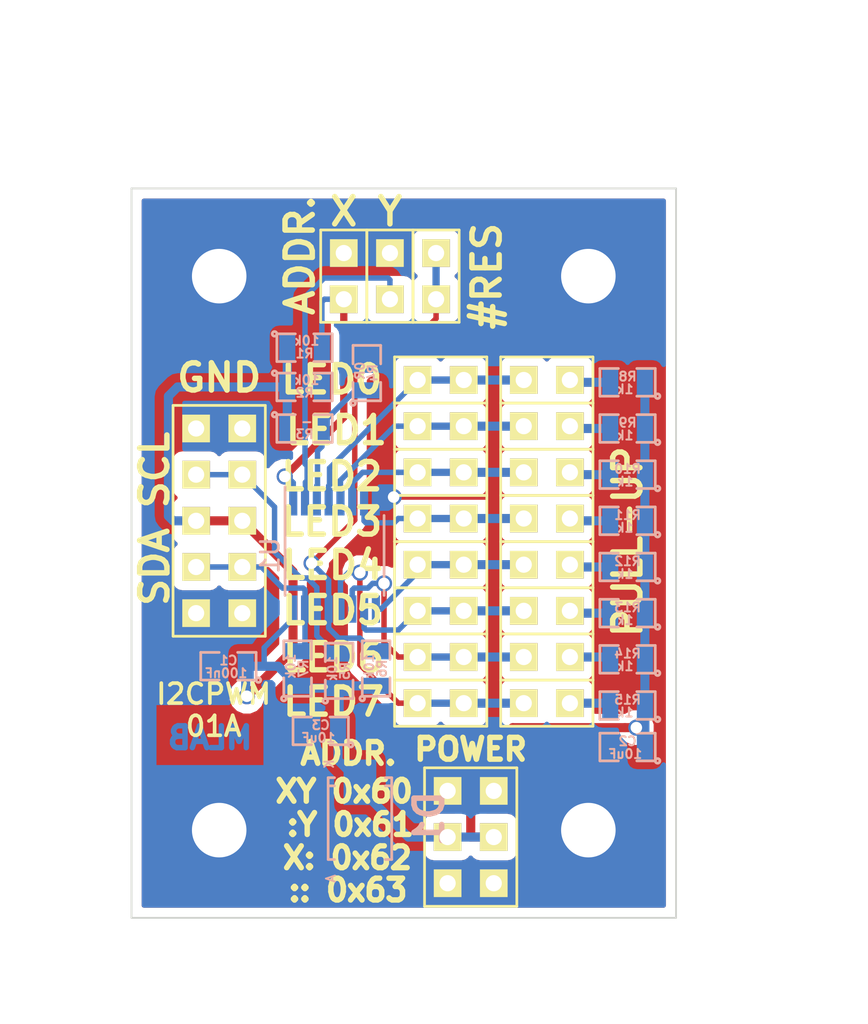
<source format=kicad_pcb>
(kicad_pcb (version 4) (host pcbnew 0.201505041002+5641~23~ubuntu14.04.1-product)

  (general
    (links 88)
    (no_connects 0)
    (area -6.985 -45.339 37.338001 5.588001)
    (thickness 1.6)
    (drawings 32)
    (tracks 199)
    (zones 0)
    (modules 45)
    (nets 25)
  )

  (page A4)
  (layers
    (0 F.Cu signal)
    (31 B.Cu signal)
    (32 B.Adhes user)
    (33 F.Adhes user)
    (34 B.Paste user)
    (35 F.Paste user)
    (36 B.SilkS user)
    (37 F.SilkS user)
    (38 B.Mask user)
    (39 F.Mask user)
    (40 Dwgs.User user)
    (41 Cmts.User user)
    (42 Eco1.User user)
    (43 Eco2.User user)
    (44 Edge.Cuts user)
    (45 Margin user)
    (46 B.CrtYd user)
    (47 F.CrtYd user)
    (48 B.Fab user)
    (49 F.Fab user)
  )

  (setup
    (last_trace_width 0.254)
    (user_trace_width 0.3)
    (user_trace_width 0.35)
    (user_trace_width 0.4)
    (user_trace_width 0.5)
    (trace_clearance 0.254)
    (zone_clearance 0.508)
    (zone_45_only no)
    (trace_min 0.254)
    (segment_width 0.2)
    (edge_width 0.1)
    (via_size 0.889)
    (via_drill 0.635)
    (via_min_size 0.889)
    (via_min_drill 0.508)
    (uvia_size 0.508)
    (uvia_drill 0.127)
    (uvias_allowed no)
    (uvia_min_size 0.508)
    (uvia_min_drill 0.127)
    (pcb_text_width 0.3)
    (pcb_text_size 1.5 1.5)
    (mod_edge_width 0.15)
    (mod_text_size 1 1)
    (mod_text_width 0.15)
    (pad_size 6 6)
    (pad_drill 3)
    (pad_to_mask_clearance 0)
    (aux_axis_origin 0 0)
    (visible_elements 7FFFFF7F)
    (pcbplotparams
      (layerselection 0x010f0_80000001)
      (usegerberextensions false)
      (excludeedgelayer true)
      (linewidth 0.300000)
      (plotframeref false)
      (viasonmask false)
      (mode 1)
      (useauxorigin false)
      (hpglpennumber 1)
      (hpglpenspeed 20)
      (hpglpendiameter 15)
      (hpglpenoverlay 2)
      (psnegative false)
      (psa4output false)
      (plotreference true)
      (plotvalue true)
      (plotinvisibletext false)
      (padsonsilk false)
      (subtractmaskfromsilk false)
      (outputformat 1)
      (mirror false)
      (drillshape 0)
      (scaleselection 1)
      (outputdirectory ../CAM_PROFI/))
  )

  (net 0 "")
  (net 1 VDD)
  (net 2 GND)
  (net 3 /A0)
  (net 4 /A1)
  (net 5 /SDA)
  (net 6 /SCL)
  (net 7 "Net-(J5-Pad1)")
  (net 8 /LED0)
  (net 9 "Net-(J6-Pad2)")
  (net 10 /LED1)
  (net 11 "Net-(J7-Pad2)")
  (net 12 /LED2)
  (net 13 "Net-(J8-Pad2)")
  (net 14 /LED3)
  (net 15 "Net-(J9-Pad2)")
  (net 16 /LED4)
  (net 17 "Net-(J10-Pad2)")
  (net 18 /LED5)
  (net 19 "Net-(J11-Pad2)")
  (net 20 /LED6)
  (net 21 "Net-(J12-Pad2)")
  (net 22 /LED7)
  (net 23 "Net-(J13-Pad2)")
  (net 24 /A2)

  (net_class Default "Toto je výchozí třída sítě."
    (clearance 0.254)
    (trace_width 0.254)
    (via_dia 0.889)
    (via_drill 0.635)
    (uvia_dia 0.508)
    (uvia_drill 0.127)
    (add_net /A0)
    (add_net /A1)
    (add_net /A2)
    (add_net /LED0)
    (add_net /LED1)
    (add_net /LED2)
    (add_net /LED3)
    (add_net /LED4)
    (add_net /LED5)
    (add_net /LED6)
    (add_net /LED7)
    (add_net /SCL)
    (add_net /SDA)
    (add_net GND)
    (add_net "Net-(J10-Pad2)")
    (add_net "Net-(J11-Pad2)")
    (add_net "Net-(J12-Pad2)")
    (add_net "Net-(J13-Pad2)")
    (add_net "Net-(J5-Pad1)")
    (add_net "Net-(J6-Pad2)")
    (add_net "Net-(J7-Pad2)")
    (add_net "Net-(J8-Pad2)")
    (add_net "Net-(J9-Pad2)")
    (add_net VDD)
  )

  (module Mlab_Pin_Headers:Straight_2x03 (layer F.Cu) (tedit 5546B42E) (tstamp 5541B852)
    (at 18.923 -4.699 180)
    (descr "pin header straight 2x03")
    (tags "pin header straight 2x03")
    (path /553CF933)
    (fp_text reference J3 (at 0 -5.08 180) (layer F.SilkS) hide
      (effects (font (size 1.5 1.5) (thickness 0.15)))
    )
    (fp_text value JUMP_3X2 (at 0 5.08 180) (layer F.SilkS) hide
      (effects (font (size 1.5 1.5) (thickness 0.15)))
    )
    (fp_text user 1 (at -2.921 -2.54 180) (layer F.SilkS) hide
      (effects (font (size 0.5 0.5) (thickness 0.05)))
    )
    (fp_line (start -2.54 -3.81) (end 2.54 -3.81) (layer F.SilkS) (width 0.15))
    (fp_line (start 2.54 -3.81) (end 2.54 3.81) (layer F.SilkS) (width 0.15))
    (fp_line (start 2.54 3.81) (end -2.54 3.81) (layer F.SilkS) (width 0.15))
    (fp_line (start -2.54 3.81) (end -2.54 -3.81) (layer F.SilkS) (width 0.15))
    (pad 1 thru_hole rect (at -1.27 -2.54 180) (size 1.524 1.524) (drill 0.889) (layers *.Cu *.Mask F.SilkS)
      (net 2 GND))
    (pad 2 thru_hole rect (at 1.27 -2.54 180) (size 1.524 1.524) (drill 0.889) (layers *.Cu *.Mask F.SilkS)
      (net 2 GND))
    (pad 3 thru_hole rect (at -1.27 0 180) (size 1.524 1.524) (drill 0.889) (layers *.Cu *.Mask F.SilkS)
      (net 1 VDD))
    (pad 4 thru_hole rect (at 1.27 0 180) (size 1.524 1.524) (drill 0.889) (layers *.Cu *.Mask F.SilkS)
      (net 1 VDD))
    (pad 5 thru_hole rect (at -1.27 2.54 180) (size 1.524 1.524) (drill 0.889) (layers *.Cu *.Mask F.SilkS)
      (net 2 GND))
    (pad 6 thru_hole rect (at 1.27 2.54 180) (size 1.524 1.524) (drill 0.889) (layers *.Cu *.Mask F.SilkS)
      (net 2 GND))
    (model Pin_Headers/Pin_Header_Straight_2x03.wrl
      (at (xyz 0 0 0))
      (scale (xyz 1 1 1))
      (rotate (xyz 0 0 90))
    )
  )

  (module Mlab_Pin_Headers:Straight_2x01 (layer F.Cu) (tedit 5545E8D2) (tstamp 5541B872)
    (at 23.114 -27.305)
    (descr "pin header straight 2x01")
    (tags "pin header straight 2x01")
    (path /553F4D6D)
    (fp_text reference J7 (at 0 -2.54) (layer F.SilkS) hide
      (effects (font (size 1.5 1.5) (thickness 0.15)))
    )
    (fp_text value JUMP2_2x1 (at 0 2.54) (layer F.SilkS) hide
      (effects (font (size 1.5 1.5) (thickness 0.15)))
    )
    (fp_line (start -2.54 -1.27) (end 2.54 -1.27) (layer F.SilkS) (width 0.15))
    (fp_line (start 2.54 -1.27) (end 2.54 1.27) (layer F.SilkS) (width 0.15))
    (fp_line (start 2.54 1.27) (end -2.54 1.27) (layer F.SilkS) (width 0.15))
    (fp_line (start -2.54 1.27) (end -2.54 -1.27) (layer F.SilkS) (width 0.15))
    (pad 1 thru_hole rect (at -1.27 0) (size 1.524 1.524) (drill 0.889) (layers *.Cu *.Mask F.SilkS)
      (net 10 /LED1))
    (pad 2 thru_hole rect (at 1.27 0) (size 1.524 1.524) (drill 0.889) (layers *.Cu *.Mask F.SilkS)
      (net 11 "Net-(J7-Pad2)"))
    (model Pin_Headers/Pin_Header_Straight_2x01.wrl
      (at (xyz 0 0 0))
      (scale (xyz 1 1 1))
      (rotate (xyz 0 0 90))
    )
  )

  (module Mlab_R:SMD-0805 (layer B.Cu) (tedit 54799E0C) (tstamp 5541BE34)
    (at 10.668 -10.541 180)
    (path /5541D097)
    (attr smd)
    (fp_text reference C3 (at 0 0.3175 180) (layer B.SilkS)
      (effects (font (size 0.50038 0.50038) (thickness 0.10922)) (justify mirror))
    )
    (fp_text value 10uF (at 0.127 -0.381 180) (layer B.SilkS)
      (effects (font (size 0.50038 0.50038) (thickness 0.10922)) (justify mirror))
    )
    (fp_circle (center -1.651 -0.762) (end -1.651 -0.635) (layer B.SilkS) (width 0.15))
    (fp_line (start -0.508 -0.762) (end -1.524 -0.762) (layer B.SilkS) (width 0.15))
    (fp_line (start -1.524 -0.762) (end -1.524 0.762) (layer B.SilkS) (width 0.15))
    (fp_line (start -1.524 0.762) (end -0.508 0.762) (layer B.SilkS) (width 0.15))
    (fp_line (start 0.508 0.762) (end 1.524 0.762) (layer B.SilkS) (width 0.15))
    (fp_line (start 1.524 0.762) (end 1.524 -0.762) (layer B.SilkS) (width 0.15))
    (fp_line (start 1.524 -0.762) (end 0.508 -0.762) (layer B.SilkS) (width 0.15))
    (pad 1 smd rect (at -0.9525 0 180) (size 0.889 1.397) (layers B.Cu B.Paste B.Mask)
      (net 1 VDD))
    (pad 2 smd rect (at 0.9525 0 180) (size 0.889 1.397) (layers B.Cu B.Paste B.Mask)
      (net 2 GND))
    (model MLAB_3D/Resistors/chip_cms.wrl
      (at (xyz 0 0 0))
      (scale (xyz 0.1 0.1 0.1))
      (rotate (xyz 0 0 0))
    )
  )

  (module Mlab_Mechanical:MountingHole_3mm placed (layer F.Cu) (tedit 5535DB2C) (tstamp 5541BB89)
    (at 25.4 -35.56)
    (descr "Mounting hole, Befestigungsbohrung, 3mm, No Annular, Kein Restring,")
    (tags "Mounting hole, Befestigungsbohrung, 3mm, No Annular, Kein Restring,")
    (path /5541C15F)
    (fp_text reference P3 (at 0 -4.191) (layer F.SilkS) hide
      (effects (font (thickness 0.3048)))
    )
    (fp_text value _ (at 0 4.191) (layer F.SilkS) hide
      (effects (font (thickness 0.3048)))
    )
    (fp_circle (center 0 0) (end 2.99974 0) (layer Cmts.User) (width 0.381))
    (pad 1 thru_hole circle (at 0 0) (size 6 6) (drill 3) (layers *.Cu *.Adhes *.Mask)
      (net 2 GND) (clearance 1) (zone_connect 2))
  )

  (module Housings_SSOP:TSSOP-16_4.4x5mm_Pitch0.65mm (layer B.Cu) (tedit 54130A77) (tstamp 5541B948)
    (at 11.43 -20.193 270)
    (descr "16-Lead Plastic Thin Shrink Small Outline (ST)-4.4 mm Body [TSSOP] (see Microchip Packaging Specification 00000049BS.pdf)")
    (tags "SSOP 0.65")
    (path /553CAA1E)
    (attr smd)
    (fp_text reference U1 (at 0 3.55 270) (layer B.SilkS)
      (effects (font (size 1 1) (thickness 0.15)) (justify mirror))
    )
    (fp_text value PCA9531 (at 0 -3.55 270) (layer B.Fab)
      (effects (font (size 1 1) (thickness 0.15)) (justify mirror))
    )
    (fp_line (start -3.95 2.8) (end -3.95 -2.8) (layer B.CrtYd) (width 0.05))
    (fp_line (start 3.95 2.8) (end 3.95 -2.8) (layer B.CrtYd) (width 0.05))
    (fp_line (start -3.95 2.8) (end 3.95 2.8) (layer B.CrtYd) (width 0.05))
    (fp_line (start -3.95 -2.8) (end 3.95 -2.8) (layer B.CrtYd) (width 0.05))
    (fp_line (start -2.2 -2.725) (end 2.2 -2.725) (layer B.SilkS) (width 0.15))
    (fp_line (start -3.775 2.725) (end 2.2 2.725) (layer B.SilkS) (width 0.15))
    (pad 1 smd rect (at -2.95 2.275 270) (size 1.5 0.45) (layers B.Cu B.Paste B.Mask)
      (net 3 /A0))
    (pad 2 smd rect (at -2.95 1.625 270) (size 1.5 0.45) (layers B.Cu B.Paste B.Mask)
      (net 4 /A1))
    (pad 3 smd rect (at -2.95 0.975 270) (size 1.5 0.45) (layers B.Cu B.Paste B.Mask)
      (net 24 /A2))
    (pad 4 smd rect (at -2.95 0.325 270) (size 1.5 0.45) (layers B.Cu B.Paste B.Mask)
      (net 8 /LED0))
    (pad 5 smd rect (at -2.95 -0.325 270) (size 1.5 0.45) (layers B.Cu B.Paste B.Mask)
      (net 10 /LED1))
    (pad 6 smd rect (at -2.95 -0.975 270) (size 1.5 0.45) (layers B.Cu B.Paste B.Mask)
      (net 12 /LED2))
    (pad 7 smd rect (at -2.95 -1.625 270) (size 1.5 0.45) (layers B.Cu B.Paste B.Mask)
      (net 14 /LED3))
    (pad 8 smd rect (at -2.95 -2.275 270) (size 1.5 0.45) (layers B.Cu B.Paste B.Mask)
      (net 2 GND))
    (pad 9 smd rect (at 2.95 -2.275 270) (size 1.5 0.45) (layers B.Cu B.Paste B.Mask)
      (net 16 /LED4))
    (pad 10 smd rect (at 2.95 -1.625 270) (size 1.5 0.45) (layers B.Cu B.Paste B.Mask)
      (net 18 /LED5))
    (pad 11 smd rect (at 2.95 -0.975 270) (size 1.5 0.45) (layers B.Cu B.Paste B.Mask)
      (net 20 /LED6))
    (pad 12 smd rect (at 2.95 -0.325 270) (size 1.5 0.45) (layers B.Cu B.Paste B.Mask)
      (net 22 /LED7))
    (pad 13 smd rect (at 2.95 0.325 270) (size 1.5 0.45) (layers B.Cu B.Paste B.Mask)
      (net 7 "Net-(J5-Pad1)"))
    (pad 14 smd rect (at 2.95 0.975 270) (size 1.5 0.45) (layers B.Cu B.Paste B.Mask)
      (net 6 /SCL))
    (pad 15 smd rect (at 2.95 1.625 270) (size 1.5 0.45) (layers B.Cu B.Paste B.Mask)
      (net 5 /SDA))
    (pad 16 smd rect (at 2.95 2.275 270) (size 1.5 0.45) (layers B.Cu B.Paste B.Mask)
      (net 1 VDD))
    (model Housings_SSOP.3dshapes/TSSOP-16_4.4x5mm_Pitch0.65mm.wrl
      (at (xyz 0 0 0))
      (scale (xyz 1 1 1))
      (rotate (xyz 0 0 0))
    )
  )

  (module Mlab_R:SMD-0805 (layer B.Cu) (tedit 54799E0C) (tstamp 5541B934)
    (at 27.559 -11.938 180)
    (path /553F4763)
    (attr smd)
    (fp_text reference R15 (at 0 0.3175 180) (layer B.SilkS)
      (effects (font (size 0.50038 0.50038) (thickness 0.10922)) (justify mirror))
    )
    (fp_text value 1k (at 0.127 -0.381 180) (layer B.SilkS)
      (effects (font (size 0.50038 0.50038) (thickness 0.10922)) (justify mirror))
    )
    (fp_circle (center -1.651 -0.762) (end -1.651 -0.635) (layer B.SilkS) (width 0.15))
    (fp_line (start -0.508 -0.762) (end -1.524 -0.762) (layer B.SilkS) (width 0.15))
    (fp_line (start -1.524 -0.762) (end -1.524 0.762) (layer B.SilkS) (width 0.15))
    (fp_line (start -1.524 0.762) (end -0.508 0.762) (layer B.SilkS) (width 0.15))
    (fp_line (start 0.508 0.762) (end 1.524 0.762) (layer B.SilkS) (width 0.15))
    (fp_line (start 1.524 0.762) (end 1.524 -0.762) (layer B.SilkS) (width 0.15))
    (fp_line (start 1.524 -0.762) (end 0.508 -0.762) (layer B.SilkS) (width 0.15))
    (pad 1 smd rect (at -0.9525 0 180) (size 0.889 1.397) (layers B.Cu B.Paste B.Mask)
      (net 1 VDD))
    (pad 2 smd rect (at 0.9525 0 180) (size 0.889 1.397) (layers B.Cu B.Paste B.Mask)
      (net 23 "Net-(J13-Pad2)"))
    (model MLAB_3D/Resistors/chip_cms.wrl
      (at (xyz 0 0 0))
      (scale (xyz 0.1 0.1 0.1))
      (rotate (xyz 0 0 0))
    )
  )

  (module Mlab_R:SMD-0805 (layer B.Cu) (tedit 54799E0C) (tstamp 5541B92E)
    (at 27.559 -14.478 180)
    (path /553F4734)
    (attr smd)
    (fp_text reference R14 (at 0 0.3175 180) (layer B.SilkS)
      (effects (font (size 0.50038 0.50038) (thickness 0.10922)) (justify mirror))
    )
    (fp_text value 1k (at 0.127 -0.381 180) (layer B.SilkS)
      (effects (font (size 0.50038 0.50038) (thickness 0.10922)) (justify mirror))
    )
    (fp_circle (center -1.651 -0.762) (end -1.651 -0.635) (layer B.SilkS) (width 0.15))
    (fp_line (start -0.508 -0.762) (end -1.524 -0.762) (layer B.SilkS) (width 0.15))
    (fp_line (start -1.524 -0.762) (end -1.524 0.762) (layer B.SilkS) (width 0.15))
    (fp_line (start -1.524 0.762) (end -0.508 0.762) (layer B.SilkS) (width 0.15))
    (fp_line (start 0.508 0.762) (end 1.524 0.762) (layer B.SilkS) (width 0.15))
    (fp_line (start 1.524 0.762) (end 1.524 -0.762) (layer B.SilkS) (width 0.15))
    (fp_line (start 1.524 -0.762) (end 0.508 -0.762) (layer B.SilkS) (width 0.15))
    (pad 1 smd rect (at -0.9525 0 180) (size 0.889 1.397) (layers B.Cu B.Paste B.Mask)
      (net 1 VDD))
    (pad 2 smd rect (at 0.9525 0 180) (size 0.889 1.397) (layers B.Cu B.Paste B.Mask)
      (net 21 "Net-(J12-Pad2)"))
    (model MLAB_3D/Resistors/chip_cms.wrl
      (at (xyz 0 0 0))
      (scale (xyz 0.1 0.1 0.1))
      (rotate (xyz 0 0 0))
    )
  )

  (module Mlab_R:SMD-0805 (layer B.Cu) (tedit 54799E0C) (tstamp 5541B928)
    (at 27.559 -17.018 180)
    (path /553F4702)
    (attr smd)
    (fp_text reference R13 (at 0 0.3175 180) (layer B.SilkS)
      (effects (font (size 0.50038 0.50038) (thickness 0.10922)) (justify mirror))
    )
    (fp_text value 1k (at 0.127 -0.381 180) (layer B.SilkS)
      (effects (font (size 0.50038 0.50038) (thickness 0.10922)) (justify mirror))
    )
    (fp_circle (center -1.651 -0.762) (end -1.651 -0.635) (layer B.SilkS) (width 0.15))
    (fp_line (start -0.508 -0.762) (end -1.524 -0.762) (layer B.SilkS) (width 0.15))
    (fp_line (start -1.524 -0.762) (end -1.524 0.762) (layer B.SilkS) (width 0.15))
    (fp_line (start -1.524 0.762) (end -0.508 0.762) (layer B.SilkS) (width 0.15))
    (fp_line (start 0.508 0.762) (end 1.524 0.762) (layer B.SilkS) (width 0.15))
    (fp_line (start 1.524 0.762) (end 1.524 -0.762) (layer B.SilkS) (width 0.15))
    (fp_line (start 1.524 -0.762) (end 0.508 -0.762) (layer B.SilkS) (width 0.15))
    (pad 1 smd rect (at -0.9525 0 180) (size 0.889 1.397) (layers B.Cu B.Paste B.Mask)
      (net 1 VDD))
    (pad 2 smd rect (at 0.9525 0 180) (size 0.889 1.397) (layers B.Cu B.Paste B.Mask)
      (net 19 "Net-(J11-Pad2)"))
    (model MLAB_3D/Resistors/chip_cms.wrl
      (at (xyz 0 0 0))
      (scale (xyz 0.1 0.1 0.1))
      (rotate (xyz 0 0 0))
    )
  )

  (module Mlab_R:SMD-0805 (layer B.Cu) (tedit 54799E0C) (tstamp 5541B922)
    (at 27.559 -19.558 180)
    (path /553F46D5)
    (attr smd)
    (fp_text reference R12 (at 0 0.3175 180) (layer B.SilkS)
      (effects (font (size 0.50038 0.50038) (thickness 0.10922)) (justify mirror))
    )
    (fp_text value 1k (at 0.127 -0.381 180) (layer B.SilkS)
      (effects (font (size 0.50038 0.50038) (thickness 0.10922)) (justify mirror))
    )
    (fp_circle (center -1.651 -0.762) (end -1.651 -0.635) (layer B.SilkS) (width 0.15))
    (fp_line (start -0.508 -0.762) (end -1.524 -0.762) (layer B.SilkS) (width 0.15))
    (fp_line (start -1.524 -0.762) (end -1.524 0.762) (layer B.SilkS) (width 0.15))
    (fp_line (start -1.524 0.762) (end -0.508 0.762) (layer B.SilkS) (width 0.15))
    (fp_line (start 0.508 0.762) (end 1.524 0.762) (layer B.SilkS) (width 0.15))
    (fp_line (start 1.524 0.762) (end 1.524 -0.762) (layer B.SilkS) (width 0.15))
    (fp_line (start 1.524 -0.762) (end 0.508 -0.762) (layer B.SilkS) (width 0.15))
    (pad 1 smd rect (at -0.9525 0 180) (size 0.889 1.397) (layers B.Cu B.Paste B.Mask)
      (net 1 VDD))
    (pad 2 smd rect (at 0.9525 0 180) (size 0.889 1.397) (layers B.Cu B.Paste B.Mask)
      (net 17 "Net-(J10-Pad2)"))
    (model MLAB_3D/Resistors/chip_cms.wrl
      (at (xyz 0 0 0))
      (scale (xyz 0.1 0.1 0.1))
      (rotate (xyz 0 0 0))
    )
  )

  (module Mlab_R:SMD-0805 (layer B.Cu) (tedit 54799E0C) (tstamp 5541B91C)
    (at 27.559 -22.098 180)
    (path /553F460F)
    (attr smd)
    (fp_text reference R11 (at 0 0.3175 180) (layer B.SilkS)
      (effects (font (size 0.50038 0.50038) (thickness 0.10922)) (justify mirror))
    )
    (fp_text value 1k (at 0.127 -0.381 180) (layer B.SilkS)
      (effects (font (size 0.50038 0.50038) (thickness 0.10922)) (justify mirror))
    )
    (fp_circle (center -1.651 -0.762) (end -1.651 -0.635) (layer B.SilkS) (width 0.15))
    (fp_line (start -0.508 -0.762) (end -1.524 -0.762) (layer B.SilkS) (width 0.15))
    (fp_line (start -1.524 -0.762) (end -1.524 0.762) (layer B.SilkS) (width 0.15))
    (fp_line (start -1.524 0.762) (end -0.508 0.762) (layer B.SilkS) (width 0.15))
    (fp_line (start 0.508 0.762) (end 1.524 0.762) (layer B.SilkS) (width 0.15))
    (fp_line (start 1.524 0.762) (end 1.524 -0.762) (layer B.SilkS) (width 0.15))
    (fp_line (start 1.524 -0.762) (end 0.508 -0.762) (layer B.SilkS) (width 0.15))
    (pad 1 smd rect (at -0.9525 0 180) (size 0.889 1.397) (layers B.Cu B.Paste B.Mask)
      (net 1 VDD))
    (pad 2 smd rect (at 0.9525 0 180) (size 0.889 1.397) (layers B.Cu B.Paste B.Mask)
      (net 15 "Net-(J9-Pad2)"))
    (model MLAB_3D/Resistors/chip_cms.wrl
      (at (xyz 0 0 0))
      (scale (xyz 0.1 0.1 0.1))
      (rotate (xyz 0 0 0))
    )
  )

  (module Mlab_R:SMD-0805 (layer B.Cu) (tedit 54799E0C) (tstamp 5541B916)
    (at 27.559 -24.638 180)
    (path /553F45E0)
    (attr smd)
    (fp_text reference R10 (at 0 0.3175 180) (layer B.SilkS)
      (effects (font (size 0.50038 0.50038) (thickness 0.10922)) (justify mirror))
    )
    (fp_text value 1k (at 0.127 -0.381 180) (layer B.SilkS)
      (effects (font (size 0.50038 0.50038) (thickness 0.10922)) (justify mirror))
    )
    (fp_circle (center -1.651 -0.762) (end -1.651 -0.635) (layer B.SilkS) (width 0.15))
    (fp_line (start -0.508 -0.762) (end -1.524 -0.762) (layer B.SilkS) (width 0.15))
    (fp_line (start -1.524 -0.762) (end -1.524 0.762) (layer B.SilkS) (width 0.15))
    (fp_line (start -1.524 0.762) (end -0.508 0.762) (layer B.SilkS) (width 0.15))
    (fp_line (start 0.508 0.762) (end 1.524 0.762) (layer B.SilkS) (width 0.15))
    (fp_line (start 1.524 0.762) (end 1.524 -0.762) (layer B.SilkS) (width 0.15))
    (fp_line (start 1.524 -0.762) (end 0.508 -0.762) (layer B.SilkS) (width 0.15))
    (pad 1 smd rect (at -0.9525 0 180) (size 0.889 1.397) (layers B.Cu B.Paste B.Mask)
      (net 1 VDD))
    (pad 2 smd rect (at 0.9525 0 180) (size 0.889 1.397) (layers B.Cu B.Paste B.Mask)
      (net 13 "Net-(J8-Pad2)"))
    (model MLAB_3D/Resistors/chip_cms.wrl
      (at (xyz 0 0 0))
      (scale (xyz 0.1 0.1 0.1))
      (rotate (xyz 0 0 0))
    )
  )

  (module Mlab_R:SMD-0805 (layer B.Cu) (tedit 54799E0C) (tstamp 5541B910)
    (at 27.559 -27.178 180)
    (path /553F45AC)
    (attr smd)
    (fp_text reference R9 (at 0 0.3175 180) (layer B.SilkS)
      (effects (font (size 0.50038 0.50038) (thickness 0.10922)) (justify mirror))
    )
    (fp_text value 1k (at 0.127 -0.381 180) (layer B.SilkS)
      (effects (font (size 0.50038 0.50038) (thickness 0.10922)) (justify mirror))
    )
    (fp_circle (center -1.651 -0.762) (end -1.651 -0.635) (layer B.SilkS) (width 0.15))
    (fp_line (start -0.508 -0.762) (end -1.524 -0.762) (layer B.SilkS) (width 0.15))
    (fp_line (start -1.524 -0.762) (end -1.524 0.762) (layer B.SilkS) (width 0.15))
    (fp_line (start -1.524 0.762) (end -0.508 0.762) (layer B.SilkS) (width 0.15))
    (fp_line (start 0.508 0.762) (end 1.524 0.762) (layer B.SilkS) (width 0.15))
    (fp_line (start 1.524 0.762) (end 1.524 -0.762) (layer B.SilkS) (width 0.15))
    (fp_line (start 1.524 -0.762) (end 0.508 -0.762) (layer B.SilkS) (width 0.15))
    (pad 1 smd rect (at -0.9525 0 180) (size 0.889 1.397) (layers B.Cu B.Paste B.Mask)
      (net 1 VDD))
    (pad 2 smd rect (at 0.9525 0 180) (size 0.889 1.397) (layers B.Cu B.Paste B.Mask)
      (net 11 "Net-(J7-Pad2)"))
    (model MLAB_3D/Resistors/chip_cms.wrl
      (at (xyz 0 0 0))
      (scale (xyz 0.1 0.1 0.1))
      (rotate (xyz 0 0 0))
    )
  )

  (module Mlab_R:SMD-0805 (layer B.Cu) (tedit 54799E0C) (tstamp 5541B90A)
    (at 27.559 -29.718 180)
    (path /553F442F)
    (attr smd)
    (fp_text reference R8 (at 0 0.3175 180) (layer B.SilkS)
      (effects (font (size 0.50038 0.50038) (thickness 0.10922)) (justify mirror))
    )
    (fp_text value 1k (at 0.127 -0.381 180) (layer B.SilkS)
      (effects (font (size 0.50038 0.50038) (thickness 0.10922)) (justify mirror))
    )
    (fp_circle (center -1.651 -0.762) (end -1.651 -0.635) (layer B.SilkS) (width 0.15))
    (fp_line (start -0.508 -0.762) (end -1.524 -0.762) (layer B.SilkS) (width 0.15))
    (fp_line (start -1.524 -0.762) (end -1.524 0.762) (layer B.SilkS) (width 0.15))
    (fp_line (start -1.524 0.762) (end -0.508 0.762) (layer B.SilkS) (width 0.15))
    (fp_line (start 0.508 0.762) (end 1.524 0.762) (layer B.SilkS) (width 0.15))
    (fp_line (start 1.524 0.762) (end 1.524 -0.762) (layer B.SilkS) (width 0.15))
    (fp_line (start 1.524 -0.762) (end 0.508 -0.762) (layer B.SilkS) (width 0.15))
    (pad 1 smd rect (at -0.9525 0 180) (size 0.889 1.397) (layers B.Cu B.Paste B.Mask)
      (net 1 VDD))
    (pad 2 smd rect (at 0.9525 0 180) (size 0.889 1.397) (layers B.Cu B.Paste B.Mask)
      (net 9 "Net-(J6-Pad2)"))
    (model MLAB_3D/Resistors/chip_cms.wrl
      (at (xyz 0 0 0))
      (scale (xyz 0.1 0.1 0.1))
      (rotate (xyz 0 0 0))
    )
  )

  (module Mlab_R:SMD-0805 (layer B.Cu) (tedit 54799E0C) (tstamp 5541B904)
    (at 9.398 -13.97 90)
    (path /553CAAD1)
    (attr smd)
    (fp_text reference R7 (at 0 0.3175 90) (layer B.SilkS)
      (effects (font (size 0.50038 0.50038) (thickness 0.10922)) (justify mirror))
    )
    (fp_text value 10k (at 0.127 -0.381 90) (layer B.SilkS)
      (effects (font (size 0.50038 0.50038) (thickness 0.10922)) (justify mirror))
    )
    (fp_circle (center -1.651 -0.762) (end -1.651 -0.635) (layer B.SilkS) (width 0.15))
    (fp_line (start -0.508 -0.762) (end -1.524 -0.762) (layer B.SilkS) (width 0.15))
    (fp_line (start -1.524 -0.762) (end -1.524 0.762) (layer B.SilkS) (width 0.15))
    (fp_line (start -1.524 0.762) (end -0.508 0.762) (layer B.SilkS) (width 0.15))
    (fp_line (start 0.508 0.762) (end 1.524 0.762) (layer B.SilkS) (width 0.15))
    (fp_line (start 1.524 0.762) (end 1.524 -0.762) (layer B.SilkS) (width 0.15))
    (fp_line (start 1.524 -0.762) (end 0.508 -0.762) (layer B.SilkS) (width 0.15))
    (pad 1 smd rect (at -0.9525 0 90) (size 0.889 1.397) (layers B.Cu B.Paste B.Mask)
      (net 1 VDD))
    (pad 2 smd rect (at 0.9525 0 90) (size 0.889 1.397) (layers B.Cu B.Paste B.Mask)
      (net 5 /SDA))
    (model MLAB_3D/Resistors/chip_cms.wrl
      (at (xyz 0 0 0))
      (scale (xyz 0.1 0.1 0.1))
      (rotate (xyz 0 0 0))
    )
  )

  (module Mlab_R:SMD-0805 (layer B.Cu) (tedit 54799E0C) (tstamp 5541B8FE)
    (at 13.716 -13.97 90)
    (path /553CB22A)
    (attr smd)
    (fp_text reference R6 (at 0 0.3175 90) (layer B.SilkS)
      (effects (font (size 0.50038 0.50038) (thickness 0.10922)) (justify mirror))
    )
    (fp_text value 10k (at 0.127 -0.381 90) (layer B.SilkS)
      (effects (font (size 0.50038 0.50038) (thickness 0.10922)) (justify mirror))
    )
    (fp_circle (center -1.651 -0.762) (end -1.651 -0.635) (layer B.SilkS) (width 0.15))
    (fp_line (start -0.508 -0.762) (end -1.524 -0.762) (layer B.SilkS) (width 0.15))
    (fp_line (start -1.524 -0.762) (end -1.524 0.762) (layer B.SilkS) (width 0.15))
    (fp_line (start -1.524 0.762) (end -0.508 0.762) (layer B.SilkS) (width 0.15))
    (fp_line (start 0.508 0.762) (end 1.524 0.762) (layer B.SilkS) (width 0.15))
    (fp_line (start 1.524 0.762) (end 1.524 -0.762) (layer B.SilkS) (width 0.15))
    (fp_line (start 1.524 -0.762) (end 0.508 -0.762) (layer B.SilkS) (width 0.15))
    (pad 1 smd rect (at -0.9525 0 90) (size 0.889 1.397) (layers B.Cu B.Paste B.Mask)
      (net 1 VDD))
    (pad 2 smd rect (at 0.9525 0 90) (size 0.889 1.397) (layers B.Cu B.Paste B.Mask)
      (net 7 "Net-(J5-Pad1)"))
    (model MLAB_3D/Resistors/chip_cms.wrl
      (at (xyz 0 0 0))
      (scale (xyz 0.1 0.1 0.1))
      (rotate (xyz 0 0 0))
    )
  )

  (module Mlab_R:SMD-0805 (layer B.Cu) (tedit 54799E0C) (tstamp 5541B8F8)
    (at 11.684 -13.843 90)
    (path /553CACFB)
    (attr smd)
    (fp_text reference R5 (at 0 0.3175 90) (layer B.SilkS)
      (effects (font (size 0.50038 0.50038) (thickness 0.10922)) (justify mirror))
    )
    (fp_text value 10k (at 0.127 -0.381 90) (layer B.SilkS)
      (effects (font (size 0.50038 0.50038) (thickness 0.10922)) (justify mirror))
    )
    (fp_circle (center -1.651 -0.762) (end -1.651 -0.635) (layer B.SilkS) (width 0.15))
    (fp_line (start -0.508 -0.762) (end -1.524 -0.762) (layer B.SilkS) (width 0.15))
    (fp_line (start -1.524 -0.762) (end -1.524 0.762) (layer B.SilkS) (width 0.15))
    (fp_line (start -1.524 0.762) (end -0.508 0.762) (layer B.SilkS) (width 0.15))
    (fp_line (start 0.508 0.762) (end 1.524 0.762) (layer B.SilkS) (width 0.15))
    (fp_line (start 1.524 0.762) (end 1.524 -0.762) (layer B.SilkS) (width 0.15))
    (fp_line (start 1.524 -0.762) (end 0.508 -0.762) (layer B.SilkS) (width 0.15))
    (pad 1 smd rect (at -0.9525 0 90) (size 0.889 1.397) (layers B.Cu B.Paste B.Mask)
      (net 1 VDD))
    (pad 2 smd rect (at 0.9525 0 90) (size 0.889 1.397) (layers B.Cu B.Paste B.Mask)
      (net 6 /SCL))
    (model MLAB_3D/Resistors/chip_cms.wrl
      (at (xyz 0 0 0))
      (scale (xyz 0.1 0.1 0.1))
      (rotate (xyz 0 0 0))
    )
  )

  (module Mlab_R:SMD-0805 (layer B.Cu) (tedit 54799E0C) (tstamp 5541B8F2)
    (at 13.208 -30.226 90)
    (path /553CC66E)
    (attr smd)
    (fp_text reference R4 (at 0 0.3175 90) (layer B.SilkS)
      (effects (font (size 0.50038 0.50038) (thickness 0.10922)) (justify mirror))
    )
    (fp_text value 0R (at 0.127 -0.381 90) (layer B.SilkS)
      (effects (font (size 0.50038 0.50038) (thickness 0.10922)) (justify mirror))
    )
    (fp_circle (center -1.651 -0.762) (end -1.651 -0.635) (layer B.SilkS) (width 0.15))
    (fp_line (start -0.508 -0.762) (end -1.524 -0.762) (layer B.SilkS) (width 0.15))
    (fp_line (start -1.524 -0.762) (end -1.524 0.762) (layer B.SilkS) (width 0.15))
    (fp_line (start -1.524 0.762) (end -0.508 0.762) (layer B.SilkS) (width 0.15))
    (fp_line (start 0.508 0.762) (end 1.524 0.762) (layer B.SilkS) (width 0.15))
    (fp_line (start 1.524 0.762) (end 1.524 -0.762) (layer B.SilkS) (width 0.15))
    (fp_line (start 1.524 -0.762) (end 0.508 -0.762) (layer B.SilkS) (width 0.15))
    (pad 1 smd rect (at -0.9525 0 90) (size 0.889 1.397) (layers B.Cu B.Paste B.Mask)
      (net 24 /A2))
    (pad 2 smd rect (at 0.9525 0 90) (size 0.889 1.397) (layers B.Cu B.Paste B.Mask)
      (net 2 GND))
    (model MLAB_3D/Resistors/chip_cms.wrl
      (at (xyz 0 0 0))
      (scale (xyz 0.1 0.1 0.1))
      (rotate (xyz 0 0 0))
    )
  )

  (module Mlab_R:SMD-0805 (layer B.Cu) (tedit 54799E0C) (tstamp 5541B8EC)
    (at 9.779 -27.178)
    (path /553CC612)
    (attr smd)
    (fp_text reference R3 (at 0 0.3175) (layer B.SilkS)
      (effects (font (size 0.50038 0.50038) (thickness 0.10922)) (justify mirror))
    )
    (fp_text value - (at 0.127 -0.381) (layer B.SilkS)
      (effects (font (size 0.50038 0.50038) (thickness 0.10922)) (justify mirror))
    )
    (fp_circle (center -1.651 -0.762) (end -1.651 -0.635) (layer B.SilkS) (width 0.15))
    (fp_line (start -0.508 -0.762) (end -1.524 -0.762) (layer B.SilkS) (width 0.15))
    (fp_line (start -1.524 -0.762) (end -1.524 0.762) (layer B.SilkS) (width 0.15))
    (fp_line (start -1.524 0.762) (end -0.508 0.762) (layer B.SilkS) (width 0.15))
    (fp_line (start 0.508 0.762) (end 1.524 0.762) (layer B.SilkS) (width 0.15))
    (fp_line (start 1.524 0.762) (end 1.524 -0.762) (layer B.SilkS) (width 0.15))
    (fp_line (start 1.524 -0.762) (end 0.508 -0.762) (layer B.SilkS) (width 0.15))
    (pad 1 smd rect (at -0.9525 0) (size 0.889 1.397) (layers B.Cu B.Paste B.Mask)
      (net 1 VDD))
    (pad 2 smd rect (at 0.9525 0) (size 0.889 1.397) (layers B.Cu B.Paste B.Mask)
      (net 24 /A2))
    (model MLAB_3D/Resistors/chip_cms.wrl
      (at (xyz 0 0 0))
      (scale (xyz 0.1 0.1 0.1))
      (rotate (xyz 0 0 0))
    )
  )

  (module Mlab_R:SMD-0805 (layer B.Cu) (tedit 54799E0C) (tstamp 5541B8E6)
    (at 9.779 -29.464)
    (path /553CBE66)
    (attr smd)
    (fp_text reference R2 (at 0 0.3175) (layer B.SilkS)
      (effects (font (size 0.50038 0.50038) (thickness 0.10922)) (justify mirror))
    )
    (fp_text value 10k (at 0.127 -0.381) (layer B.SilkS)
      (effects (font (size 0.50038 0.50038) (thickness 0.10922)) (justify mirror))
    )
    (fp_circle (center -1.651 -0.762) (end -1.651 -0.635) (layer B.SilkS) (width 0.15))
    (fp_line (start -0.508 -0.762) (end -1.524 -0.762) (layer B.SilkS) (width 0.15))
    (fp_line (start -1.524 -0.762) (end -1.524 0.762) (layer B.SilkS) (width 0.15))
    (fp_line (start -1.524 0.762) (end -0.508 0.762) (layer B.SilkS) (width 0.15))
    (fp_line (start 0.508 0.762) (end 1.524 0.762) (layer B.SilkS) (width 0.15))
    (fp_line (start 1.524 0.762) (end 1.524 -0.762) (layer B.SilkS) (width 0.15))
    (fp_line (start 1.524 -0.762) (end 0.508 -0.762) (layer B.SilkS) (width 0.15))
    (pad 1 smd rect (at -0.9525 0) (size 0.889 1.397) (layers B.Cu B.Paste B.Mask)
      (net 1 VDD))
    (pad 2 smd rect (at 0.9525 0) (size 0.889 1.397) (layers B.Cu B.Paste B.Mask)
      (net 4 /A1))
    (model MLAB_3D/Resistors/chip_cms.wrl
      (at (xyz 0 0 0))
      (scale (xyz 0.1 0.1 0.1))
      (rotate (xyz 0 0 0))
    )
  )

  (module Mlab_R:SMD-0805 (layer B.Cu) (tedit 54799E0C) (tstamp 5541B8E0)
    (at 9.779 -31.623)
    (path /553CC231)
    (attr smd)
    (fp_text reference R1 (at 0 0.3175) (layer B.SilkS)
      (effects (font (size 0.50038 0.50038) (thickness 0.10922)) (justify mirror))
    )
    (fp_text value 10k (at 0.127 -0.381) (layer B.SilkS)
      (effects (font (size 0.50038 0.50038) (thickness 0.10922)) (justify mirror))
    )
    (fp_circle (center -1.651 -0.762) (end -1.651 -0.635) (layer B.SilkS) (width 0.15))
    (fp_line (start -0.508 -0.762) (end -1.524 -0.762) (layer B.SilkS) (width 0.15))
    (fp_line (start -1.524 -0.762) (end -1.524 0.762) (layer B.SilkS) (width 0.15))
    (fp_line (start -1.524 0.762) (end -0.508 0.762) (layer B.SilkS) (width 0.15))
    (fp_line (start 0.508 0.762) (end 1.524 0.762) (layer B.SilkS) (width 0.15))
    (fp_line (start 1.524 0.762) (end 1.524 -0.762) (layer B.SilkS) (width 0.15))
    (fp_line (start 1.524 -0.762) (end 0.508 -0.762) (layer B.SilkS) (width 0.15))
    (pad 1 smd rect (at -0.9525 0) (size 0.889 1.397) (layers B.Cu B.Paste B.Mask)
      (net 1 VDD))
    (pad 2 smd rect (at 0.9525 0) (size 0.889 1.397) (layers B.Cu B.Paste B.Mask)
      (net 3 /A0))
    (model MLAB_3D/Resistors/chip_cms.wrl
      (at (xyz 0 0 0))
      (scale (xyz 0.1 0.1 0.1))
      (rotate (xyz 0 0 0))
    )
  )

  (module Mlab_Mechanical:MountingHole_3mm placed (layer F.Cu) (tedit 5535DB2C) (tstamp 5541B8DA)
    (at 5.08 -35.56)
    (descr "Mounting hole, Befestigungsbohrung, 3mm, No Annular, Kein Restring,")
    (tags "Mounting hole, Befestigungsbohrung, 3mm, No Annular, Kein Restring,")
    (path /5541C19F)
    (fp_text reference P4 (at 0 -4.191) (layer F.SilkS) hide
      (effects (font (thickness 0.3048)))
    )
    (fp_text value _ (at 0 4.191) (layer F.SilkS) hide
      (effects (font (thickness 0.3048)))
    )
    (fp_circle (center 0 0) (end 2.99974 0) (layer Cmts.User) (width 0.381))
    (pad 1 thru_hole circle (at 0 0) (size 6 6) (drill 3) (layers *.Cu *.Adhes *.Mask)
      (net 2 GND) (clearance 1) (zone_connect 2))
  )

  (module Mlab_Mechanical:MountingHole_3mm placed (layer F.Cu) (tedit 5535DB2C) (tstamp 5541B8D0)
    (at 25.4 -5.08)
    (descr "Mounting hole, Befestigungsbohrung, 3mm, No Annular, Kein Restring,")
    (tags "Mounting hole, Befestigungsbohrung, 3mm, No Annular, Kein Restring,")
    (path /5541C120)
    (fp_text reference P2 (at 0 -4.191) (layer F.SilkS) hide
      (effects (font (thickness 0.3048)))
    )
    (fp_text value _ (at 0 4.191) (layer F.SilkS) hide
      (effects (font (thickness 0.3048)))
    )
    (fp_circle (center 0 0) (end 2.99974 0) (layer Cmts.User) (width 0.381))
    (pad 1 thru_hole circle (at 0 0) (size 6 6) (drill 3) (layers *.Cu *.Adhes *.Mask)
      (net 2 GND) (clearance 1) (zone_connect 2))
  )

  (module Mlab_Mechanical:MountingHole_3mm placed (layer F.Cu) (tedit 5535DB2C) (tstamp 5541BC7B)
    (at 5.08 -5.08)
    (descr "Mounting hole, Befestigungsbohrung, 3mm, No Annular, Kein Restring,")
    (tags "Mounting hole, Befestigungsbohrung, 3mm, No Annular, Kein Restring,")
    (path /5541BFAB)
    (fp_text reference P1 (at 0 -4.191) (layer F.SilkS) hide
      (effects (font (thickness 0.3048)))
    )
    (fp_text value _ (at 0 4.191) (layer F.SilkS) hide
      (effects (font (thickness 0.3048)))
    )
    (fp_circle (center 0 0) (end 2.99974 0) (layer Cmts.User) (width 0.381))
    (pad 1 thru_hole circle (at 0 0) (size 6 6) (drill 3) (layers *.Cu *.Adhes *.Mask)
      (net 2 GND) (clearance 1) (zone_connect 2))
  )

  (module Mlab_Pin_Headers:Straight_2x01 (layer F.Cu) (tedit 5545E8D2) (tstamp 5541B8C6)
    (at 17.272 -12.065)
    (descr "pin header straight 2x01")
    (tags "pin header straight 2x01")
    (path /553F5421)
    (fp_text reference J21 (at 0 -2.54) (layer F.SilkS) hide
      (effects (font (size 1.5 1.5) (thickness 0.15)))
    )
    (fp_text value JUMP_2x1 (at 0 2.54) (layer F.SilkS) hide
      (effects (font (size 1.5 1.5) (thickness 0.15)))
    )
    (fp_line (start -2.54 -1.27) (end 2.54 -1.27) (layer F.SilkS) (width 0.15))
    (fp_line (start 2.54 -1.27) (end 2.54 1.27) (layer F.SilkS) (width 0.15))
    (fp_line (start 2.54 1.27) (end -2.54 1.27) (layer F.SilkS) (width 0.15))
    (fp_line (start -2.54 1.27) (end -2.54 -1.27) (layer F.SilkS) (width 0.15))
    (pad 1 thru_hole rect (at -1.27 0) (size 1.524 1.524) (drill 0.889) (layers *.Cu *.Mask F.SilkS)
      (net 22 /LED7))
    (pad 2 thru_hole rect (at 1.27 0) (size 1.524 1.524) (drill 0.889) (layers *.Cu *.Mask F.SilkS)
      (net 22 /LED7))
    (model Pin_Headers/Pin_Header_Straight_2x01.wrl
      (at (xyz 0 0 0))
      (scale (xyz 1 1 1))
      (rotate (xyz 0 0 90))
    )
  )

  (module Mlab_Pin_Headers:Straight_2x01 (layer F.Cu) (tedit 5545E8D2) (tstamp 5541B8C0)
    (at 17.272 -14.605)
    (descr "pin header straight 2x01")
    (tags "pin header straight 2x01")
    (path /553F53E1)
    (fp_text reference J20 (at 0 -2.54) (layer F.SilkS) hide
      (effects (font (size 1.5 1.5) (thickness 0.15)))
    )
    (fp_text value JUMP_2x1 (at 0 2.54) (layer F.SilkS) hide
      (effects (font (size 1.5 1.5) (thickness 0.15)))
    )
    (fp_line (start -2.54 -1.27) (end 2.54 -1.27) (layer F.SilkS) (width 0.15))
    (fp_line (start 2.54 -1.27) (end 2.54 1.27) (layer F.SilkS) (width 0.15))
    (fp_line (start 2.54 1.27) (end -2.54 1.27) (layer F.SilkS) (width 0.15))
    (fp_line (start -2.54 1.27) (end -2.54 -1.27) (layer F.SilkS) (width 0.15))
    (pad 1 thru_hole rect (at -1.27 0) (size 1.524 1.524) (drill 0.889) (layers *.Cu *.Mask F.SilkS)
      (net 20 /LED6))
    (pad 2 thru_hole rect (at 1.27 0) (size 1.524 1.524) (drill 0.889) (layers *.Cu *.Mask F.SilkS)
      (net 20 /LED6))
    (model Pin_Headers/Pin_Header_Straight_2x01.wrl
      (at (xyz 0 0 0))
      (scale (xyz 1 1 1))
      (rotate (xyz 0 0 90))
    )
  )

  (module Mlab_Pin_Headers:Straight_2x01 (layer F.Cu) (tedit 5545E8D2) (tstamp 5541B8BA)
    (at 17.272 -17.145)
    (descr "pin header straight 2x01")
    (tags "pin header straight 2x01")
    (path /553F5396)
    (fp_text reference J19 (at 0 -2.54) (layer F.SilkS) hide
      (effects (font (size 1.5 1.5) (thickness 0.15)))
    )
    (fp_text value JUMP_2x1 (at 0 2.54) (layer F.SilkS) hide
      (effects (font (size 1.5 1.5) (thickness 0.15)))
    )
    (fp_line (start -2.54 -1.27) (end 2.54 -1.27) (layer F.SilkS) (width 0.15))
    (fp_line (start 2.54 -1.27) (end 2.54 1.27) (layer F.SilkS) (width 0.15))
    (fp_line (start 2.54 1.27) (end -2.54 1.27) (layer F.SilkS) (width 0.15))
    (fp_line (start -2.54 1.27) (end -2.54 -1.27) (layer F.SilkS) (width 0.15))
    (pad 1 thru_hole rect (at -1.27 0) (size 1.524 1.524) (drill 0.889) (layers *.Cu *.Mask F.SilkS)
      (net 18 /LED5))
    (pad 2 thru_hole rect (at 1.27 0) (size 1.524 1.524) (drill 0.889) (layers *.Cu *.Mask F.SilkS)
      (net 18 /LED5))
    (model Pin_Headers/Pin_Header_Straight_2x01.wrl
      (at (xyz 0 0 0))
      (scale (xyz 1 1 1))
      (rotate (xyz 0 0 90))
    )
  )

  (module Mlab_Pin_Headers:Straight_2x01 (layer F.Cu) (tedit 5545E8D2) (tstamp 5541B8B4)
    (at 17.272 -19.685)
    (descr "pin header straight 2x01")
    (tags "pin header straight 2x01")
    (path /553F5358)
    (fp_text reference J18 (at 0 -2.54) (layer F.SilkS) hide
      (effects (font (size 1.5 1.5) (thickness 0.15)))
    )
    (fp_text value JUMP_2x1 (at 0 2.54) (layer F.SilkS) hide
      (effects (font (size 1.5 1.5) (thickness 0.15)))
    )
    (fp_line (start -2.54 -1.27) (end 2.54 -1.27) (layer F.SilkS) (width 0.15))
    (fp_line (start 2.54 -1.27) (end 2.54 1.27) (layer F.SilkS) (width 0.15))
    (fp_line (start 2.54 1.27) (end -2.54 1.27) (layer F.SilkS) (width 0.15))
    (fp_line (start -2.54 1.27) (end -2.54 -1.27) (layer F.SilkS) (width 0.15))
    (pad 1 thru_hole rect (at -1.27 0) (size 1.524 1.524) (drill 0.889) (layers *.Cu *.Mask F.SilkS)
      (net 16 /LED4))
    (pad 2 thru_hole rect (at 1.27 0) (size 1.524 1.524) (drill 0.889) (layers *.Cu *.Mask F.SilkS)
      (net 16 /LED4))
    (model Pin_Headers/Pin_Header_Straight_2x01.wrl
      (at (xyz 0 0 0))
      (scale (xyz 1 1 1))
      (rotate (xyz 0 0 90))
    )
  )

  (module Mlab_Pin_Headers:Straight_2x01 (layer F.Cu) (tedit 5545E8D2) (tstamp 5541B8AE)
    (at 17.272 -22.225)
    (descr "pin header straight 2x01")
    (tags "pin header straight 2x01")
    (path /553F5317)
    (fp_text reference J17 (at 0 -2.54) (layer F.SilkS) hide
      (effects (font (size 1.5 1.5) (thickness 0.15)))
    )
    (fp_text value JUMP_2x1 (at 0 2.54) (layer F.SilkS) hide
      (effects (font (size 1.5 1.5) (thickness 0.15)))
    )
    (fp_line (start -2.54 -1.27) (end 2.54 -1.27) (layer F.SilkS) (width 0.15))
    (fp_line (start 2.54 -1.27) (end 2.54 1.27) (layer F.SilkS) (width 0.15))
    (fp_line (start 2.54 1.27) (end -2.54 1.27) (layer F.SilkS) (width 0.15))
    (fp_line (start -2.54 1.27) (end -2.54 -1.27) (layer F.SilkS) (width 0.15))
    (pad 1 thru_hole rect (at -1.27 0) (size 1.524 1.524) (drill 0.889) (layers *.Cu *.Mask F.SilkS)
      (net 14 /LED3))
    (pad 2 thru_hole rect (at 1.27 0) (size 1.524 1.524) (drill 0.889) (layers *.Cu *.Mask F.SilkS)
      (net 14 /LED3))
    (model Pin_Headers/Pin_Header_Straight_2x01.wrl
      (at (xyz 0 0 0))
      (scale (xyz 1 1 1))
      (rotate (xyz 0 0 90))
    )
  )

  (module Mlab_Pin_Headers:Straight_2x01 (layer F.Cu) (tedit 5545E8D2) (tstamp 5541B8A8)
    (at 17.272 -24.765)
    (descr "pin header straight 2x01")
    (tags "pin header straight 2x01")
    (path /553F52D3)
    (fp_text reference J16 (at 0 -2.54) (layer F.SilkS) hide
      (effects (font (size 1.5 1.5) (thickness 0.15)))
    )
    (fp_text value JUMP_2x1 (at 0 2.54) (layer F.SilkS) hide
      (effects (font (size 1.5 1.5) (thickness 0.15)))
    )
    (fp_line (start -2.54 -1.27) (end 2.54 -1.27) (layer F.SilkS) (width 0.15))
    (fp_line (start 2.54 -1.27) (end 2.54 1.27) (layer F.SilkS) (width 0.15))
    (fp_line (start 2.54 1.27) (end -2.54 1.27) (layer F.SilkS) (width 0.15))
    (fp_line (start -2.54 1.27) (end -2.54 -1.27) (layer F.SilkS) (width 0.15))
    (pad 1 thru_hole rect (at -1.27 0) (size 1.524 1.524) (drill 0.889) (layers *.Cu *.Mask F.SilkS)
      (net 12 /LED2))
    (pad 2 thru_hole rect (at 1.27 0) (size 1.524 1.524) (drill 0.889) (layers *.Cu *.Mask F.SilkS)
      (net 12 /LED2))
    (model Pin_Headers/Pin_Header_Straight_2x01.wrl
      (at (xyz 0 0 0))
      (scale (xyz 1 1 1))
      (rotate (xyz 0 0 90))
    )
  )

  (module Mlab_Pin_Headers:Straight_2x01 (layer F.Cu) (tedit 5545E8D2) (tstamp 5541B8A2)
    (at 17.272 -27.305)
    (descr "pin header straight 2x01")
    (tags "pin header straight 2x01")
    (path /553F5298)
    (fp_text reference J15 (at 0 -2.54) (layer F.SilkS) hide
      (effects (font (size 1.5 1.5) (thickness 0.15)))
    )
    (fp_text value JUMP_2x1 (at 0 2.54) (layer F.SilkS) hide
      (effects (font (size 1.5 1.5) (thickness 0.15)))
    )
    (fp_line (start -2.54 -1.27) (end 2.54 -1.27) (layer F.SilkS) (width 0.15))
    (fp_line (start 2.54 -1.27) (end 2.54 1.27) (layer F.SilkS) (width 0.15))
    (fp_line (start 2.54 1.27) (end -2.54 1.27) (layer F.SilkS) (width 0.15))
    (fp_line (start -2.54 1.27) (end -2.54 -1.27) (layer F.SilkS) (width 0.15))
    (pad 1 thru_hole rect (at -1.27 0) (size 1.524 1.524) (drill 0.889) (layers *.Cu *.Mask F.SilkS)
      (net 10 /LED1))
    (pad 2 thru_hole rect (at 1.27 0) (size 1.524 1.524) (drill 0.889) (layers *.Cu *.Mask F.SilkS)
      (net 10 /LED1))
    (model Pin_Headers/Pin_Header_Straight_2x01.wrl
      (at (xyz 0 0 0))
      (scale (xyz 1 1 1))
      (rotate (xyz 0 0 90))
    )
  )

  (module Mlab_Pin_Headers:Straight_2x01 (layer F.Cu) (tedit 5545E8D2) (tstamp 5541B89C)
    (at 17.272 -29.845)
    (descr "pin header straight 2x01")
    (tags "pin header straight 2x01")
    (path /553F3E06)
    (fp_text reference J14 (at 0 -2.54) (layer F.SilkS) hide
      (effects (font (size 1.5 1.5) (thickness 0.15)))
    )
    (fp_text value JUMP_2x1 (at 0 2.54) (layer F.SilkS) hide
      (effects (font (size 1.5 1.5) (thickness 0.15)))
    )
    (fp_line (start -2.54 -1.27) (end 2.54 -1.27) (layer F.SilkS) (width 0.15))
    (fp_line (start 2.54 -1.27) (end 2.54 1.27) (layer F.SilkS) (width 0.15))
    (fp_line (start 2.54 1.27) (end -2.54 1.27) (layer F.SilkS) (width 0.15))
    (fp_line (start -2.54 1.27) (end -2.54 -1.27) (layer F.SilkS) (width 0.15))
    (pad 1 thru_hole rect (at -1.27 0) (size 1.524 1.524) (drill 0.889) (layers *.Cu *.Mask F.SilkS)
      (net 8 /LED0))
    (pad 2 thru_hole rect (at 1.27 0) (size 1.524 1.524) (drill 0.889) (layers *.Cu *.Mask F.SilkS)
      (net 8 /LED0))
    (model Pin_Headers/Pin_Header_Straight_2x01.wrl
      (at (xyz 0 0 0))
      (scale (xyz 1 1 1))
      (rotate (xyz 0 0 90))
    )
  )

  (module Mlab_Pin_Headers:Straight_2x01 (layer F.Cu) (tedit 5545E8D2) (tstamp 5541B896)
    (at 23.114 -12.065)
    (descr "pin header straight 2x01")
    (tags "pin header straight 2x01")
    (path /553F4F34)
    (fp_text reference J13 (at 0 -2.54) (layer F.SilkS) hide
      (effects (font (size 1.5 1.5) (thickness 0.15)))
    )
    (fp_text value JUMP2_2x1 (at 0 2.54) (layer F.SilkS) hide
      (effects (font (size 1.5 1.5) (thickness 0.15)))
    )
    (fp_line (start -2.54 -1.27) (end 2.54 -1.27) (layer F.SilkS) (width 0.15))
    (fp_line (start 2.54 -1.27) (end 2.54 1.27) (layer F.SilkS) (width 0.15))
    (fp_line (start 2.54 1.27) (end -2.54 1.27) (layer F.SilkS) (width 0.15))
    (fp_line (start -2.54 1.27) (end -2.54 -1.27) (layer F.SilkS) (width 0.15))
    (pad 1 thru_hole rect (at -1.27 0) (size 1.524 1.524) (drill 0.889) (layers *.Cu *.Mask F.SilkS)
      (net 22 /LED7))
    (pad 2 thru_hole rect (at 1.27 0) (size 1.524 1.524) (drill 0.889) (layers *.Cu *.Mask F.SilkS)
      (net 23 "Net-(J13-Pad2)"))
    (model Pin_Headers/Pin_Header_Straight_2x01.wrl
      (at (xyz 0 0 0))
      (scale (xyz 1 1 1))
      (rotate (xyz 0 0 90))
    )
  )

  (module Mlab_Pin_Headers:Straight_2x01 (layer F.Cu) (tedit 5545E8D2) (tstamp 5541B890)
    (at 23.114 -14.605)
    (descr "pin header straight 2x01")
    (tags "pin header straight 2x01")
    (path /553F4EF1)
    (fp_text reference J12 (at 0 -2.54) (layer F.SilkS) hide
      (effects (font (size 1.5 1.5) (thickness 0.15)))
    )
    (fp_text value JUMP2_2x1 (at 0 2.54) (layer F.SilkS) hide
      (effects (font (size 1.5 1.5) (thickness 0.15)))
    )
    (fp_line (start -2.54 -1.27) (end 2.54 -1.27) (layer F.SilkS) (width 0.15))
    (fp_line (start 2.54 -1.27) (end 2.54 1.27) (layer F.SilkS) (width 0.15))
    (fp_line (start 2.54 1.27) (end -2.54 1.27) (layer F.SilkS) (width 0.15))
    (fp_line (start -2.54 1.27) (end -2.54 -1.27) (layer F.SilkS) (width 0.15))
    (pad 1 thru_hole rect (at -1.27 0) (size 1.524 1.524) (drill 0.889) (layers *.Cu *.Mask F.SilkS)
      (net 20 /LED6))
    (pad 2 thru_hole rect (at 1.27 0) (size 1.524 1.524) (drill 0.889) (layers *.Cu *.Mask F.SilkS)
      (net 21 "Net-(J12-Pad2)"))
    (model Pin_Headers/Pin_Header_Straight_2x01.wrl
      (at (xyz 0 0 0))
      (scale (xyz 1 1 1))
      (rotate (xyz 0 0 90))
    )
  )

  (module Mlab_Pin_Headers:Straight_2x01 (layer F.Cu) (tedit 5545E8D2) (tstamp 5541B88A)
    (at 23.114 -17.145)
    (descr "pin header straight 2x01")
    (tags "pin header straight 2x01")
    (path /553F4EBB)
    (fp_text reference J11 (at 0 -2.54) (layer F.SilkS) hide
      (effects (font (size 1.5 1.5) (thickness 0.15)))
    )
    (fp_text value JUMP2_2x1 (at 0 2.54) (layer F.SilkS) hide
      (effects (font (size 1.5 1.5) (thickness 0.15)))
    )
    (fp_line (start -2.54 -1.27) (end 2.54 -1.27) (layer F.SilkS) (width 0.15))
    (fp_line (start 2.54 -1.27) (end 2.54 1.27) (layer F.SilkS) (width 0.15))
    (fp_line (start 2.54 1.27) (end -2.54 1.27) (layer F.SilkS) (width 0.15))
    (fp_line (start -2.54 1.27) (end -2.54 -1.27) (layer F.SilkS) (width 0.15))
    (pad 1 thru_hole rect (at -1.27 0) (size 1.524 1.524) (drill 0.889) (layers *.Cu *.Mask F.SilkS)
      (net 18 /LED5))
    (pad 2 thru_hole rect (at 1.27 0) (size 1.524 1.524) (drill 0.889) (layers *.Cu *.Mask F.SilkS)
      (net 19 "Net-(J11-Pad2)"))
    (model Pin_Headers/Pin_Header_Straight_2x01.wrl
      (at (xyz 0 0 0))
      (scale (xyz 1 1 1))
      (rotate (xyz 0 0 90))
    )
  )

  (module Mlab_Pin_Headers:Straight_2x01 (layer F.Cu) (tedit 5545E8D2) (tstamp 5541B884)
    (at 23.114 -19.685)
    (descr "pin header straight 2x01")
    (tags "pin header straight 2x01")
    (path /553F4E27)
    (fp_text reference J10 (at 0 -2.54) (layer F.SilkS) hide
      (effects (font (size 1.5 1.5) (thickness 0.15)))
    )
    (fp_text value JUMP2_2x1 (at 0 2.54) (layer F.SilkS) hide
      (effects (font (size 1.5 1.5) (thickness 0.15)))
    )
    (fp_line (start -2.54 -1.27) (end 2.54 -1.27) (layer F.SilkS) (width 0.15))
    (fp_line (start 2.54 -1.27) (end 2.54 1.27) (layer F.SilkS) (width 0.15))
    (fp_line (start 2.54 1.27) (end -2.54 1.27) (layer F.SilkS) (width 0.15))
    (fp_line (start -2.54 1.27) (end -2.54 -1.27) (layer F.SilkS) (width 0.15))
    (pad 1 thru_hole rect (at -1.27 0) (size 1.524 1.524) (drill 0.889) (layers *.Cu *.Mask F.SilkS)
      (net 16 /LED4))
    (pad 2 thru_hole rect (at 1.27 0) (size 1.524 1.524) (drill 0.889) (layers *.Cu *.Mask F.SilkS)
      (net 17 "Net-(J10-Pad2)"))
    (model Pin_Headers/Pin_Header_Straight_2x01.wrl
      (at (xyz 0 0 0))
      (scale (xyz 1 1 1))
      (rotate (xyz 0 0 90))
    )
  )

  (module Mlab_Pin_Headers:Straight_2x01 (layer F.Cu) (tedit 5545E8D2) (tstamp 5541B87E)
    (at 23.114 -22.225)
    (descr "pin header straight 2x01")
    (tags "pin header straight 2x01")
    (path /553F4DF3)
    (fp_text reference J9 (at 0 -2.54) (layer F.SilkS) hide
      (effects (font (size 1.5 1.5) (thickness 0.15)))
    )
    (fp_text value JUMP2_2x1 (at 0 2.54) (layer F.SilkS) hide
      (effects (font (size 1.5 1.5) (thickness 0.15)))
    )
    (fp_line (start -2.54 -1.27) (end 2.54 -1.27) (layer F.SilkS) (width 0.15))
    (fp_line (start 2.54 -1.27) (end 2.54 1.27) (layer F.SilkS) (width 0.15))
    (fp_line (start 2.54 1.27) (end -2.54 1.27) (layer F.SilkS) (width 0.15))
    (fp_line (start -2.54 1.27) (end -2.54 -1.27) (layer F.SilkS) (width 0.15))
    (pad 1 thru_hole rect (at -1.27 0) (size 1.524 1.524) (drill 0.889) (layers *.Cu *.Mask F.SilkS)
      (net 14 /LED3))
    (pad 2 thru_hole rect (at 1.27 0) (size 1.524 1.524) (drill 0.889) (layers *.Cu *.Mask F.SilkS)
      (net 15 "Net-(J9-Pad2)"))
    (model Pin_Headers/Pin_Header_Straight_2x01.wrl
      (at (xyz 0 0 0))
      (scale (xyz 1 1 1))
      (rotate (xyz 0 0 90))
    )
  )

  (module Mlab_Pin_Headers:Straight_2x01 (layer F.Cu) (tedit 5545E8D2) (tstamp 5541B878)
    (at 23.114 -24.765)
    (descr "pin header straight 2x01")
    (tags "pin header straight 2x01")
    (path /553F4DA3)
    (fp_text reference J8 (at 0 -2.54) (layer F.SilkS) hide
      (effects (font (size 1.5 1.5) (thickness 0.15)))
    )
    (fp_text value JUMP2_2x1 (at 0 2.54) (layer F.SilkS) hide
      (effects (font (size 1.5 1.5) (thickness 0.15)))
    )
    (fp_line (start -2.54 -1.27) (end 2.54 -1.27) (layer F.SilkS) (width 0.15))
    (fp_line (start 2.54 -1.27) (end 2.54 1.27) (layer F.SilkS) (width 0.15))
    (fp_line (start 2.54 1.27) (end -2.54 1.27) (layer F.SilkS) (width 0.15))
    (fp_line (start -2.54 1.27) (end -2.54 -1.27) (layer F.SilkS) (width 0.15))
    (pad 1 thru_hole rect (at -1.27 0) (size 1.524 1.524) (drill 0.889) (layers *.Cu *.Mask F.SilkS)
      (net 12 /LED2))
    (pad 2 thru_hole rect (at 1.27 0) (size 1.524 1.524) (drill 0.889) (layers *.Cu *.Mask F.SilkS)
      (net 13 "Net-(J8-Pad2)"))
    (model Pin_Headers/Pin_Header_Straight_2x01.wrl
      (at (xyz 0 0 0))
      (scale (xyz 1 1 1))
      (rotate (xyz 0 0 90))
    )
  )

  (module Mlab_Pin_Headers:Straight_2x01 (layer F.Cu) (tedit 5545E8D2) (tstamp 5541B86C)
    (at 23.114 -29.845)
    (descr "pin header straight 2x01")
    (tags "pin header straight 2x01")
    (path /553F4C59)
    (fp_text reference J6 (at 0 -2.54) (layer F.SilkS) hide
      (effects (font (size 1.5 1.5) (thickness 0.15)))
    )
    (fp_text value JUMP2_2x1 (at 0 2.54) (layer F.SilkS) hide
      (effects (font (size 1.5 1.5) (thickness 0.15)))
    )
    (fp_line (start -2.54 -1.27) (end 2.54 -1.27) (layer F.SilkS) (width 0.15))
    (fp_line (start 2.54 -1.27) (end 2.54 1.27) (layer F.SilkS) (width 0.15))
    (fp_line (start 2.54 1.27) (end -2.54 1.27) (layer F.SilkS) (width 0.15))
    (fp_line (start -2.54 1.27) (end -2.54 -1.27) (layer F.SilkS) (width 0.15))
    (pad 1 thru_hole rect (at -1.27 0) (size 1.524 1.524) (drill 0.889) (layers *.Cu *.Mask F.SilkS)
      (net 8 /LED0))
    (pad 2 thru_hole rect (at 1.27 0) (size 1.524 1.524) (drill 0.889) (layers *.Cu *.Mask F.SilkS)
      (net 9 "Net-(J6-Pad2)"))
    (model Pin_Headers/Pin_Header_Straight_2x01.wrl
      (at (xyz 0 0 0))
      (scale (xyz 1 1 1))
      (rotate (xyz 0 0 90))
    )
  )

  (module Mlab_Pin_Headers:Straight_2x01 (layer F.Cu) (tedit 5545E8D2) (tstamp 5541B866)
    (at 17.018 -35.56 90)
    (descr "pin header straight 2x01")
    (tags "pin header straight 2x01")
    (path /553CFAE6)
    (fp_text reference J5 (at 0 -2.54 90) (layer F.SilkS) hide
      (effects (font (size 1.5 1.5) (thickness 0.15)))
    )
    (fp_text value JUMP_2x1 (at 0 2.54 90) (layer F.SilkS) hide
      (effects (font (size 1.5 1.5) (thickness 0.15)))
    )
    (fp_line (start -2.54 -1.27) (end 2.54 -1.27) (layer F.SilkS) (width 0.15))
    (fp_line (start 2.54 -1.27) (end 2.54 1.27) (layer F.SilkS) (width 0.15))
    (fp_line (start 2.54 1.27) (end -2.54 1.27) (layer F.SilkS) (width 0.15))
    (fp_line (start -2.54 1.27) (end -2.54 -1.27) (layer F.SilkS) (width 0.15))
    (pad 1 thru_hole rect (at -1.27 0 90) (size 1.524 1.524) (drill 0.889) (layers *.Cu *.Mask F.SilkS)
      (net 7 "Net-(J5-Pad1)"))
    (pad 2 thru_hole rect (at 1.27 0 90) (size 1.524 1.524) (drill 0.889) (layers *.Cu *.Mask F.SilkS)
      (net 7 "Net-(J5-Pad1)"))
    (model Pin_Headers/Pin_Header_Straight_2x01.wrl
      (at (xyz 0 0 0))
      (scale (xyz 1 1 1))
      (rotate (xyz 0 0 90))
    )
  )

  (module Mlab_Pin_Headers:Straight_2x05 (layer F.Cu) (tedit 5546B434) (tstamp 5541B860)
    (at 5.08 -22.098 180)
    (descr "pin header straight 2x05")
    (tags "pin header straight 2x05")
    (path /553CFB8F)
    (fp_text reference J4 (at 0 -7.62 180) (layer F.SilkS) hide
      (effects (font (size 1.5 1.5) (thickness 0.15)))
    )
    (fp_text value JUMP_5X2 (at 0 7.62 180) (layer F.SilkS) hide
      (effects (font (size 1.5 1.5) (thickness 0.15)))
    )
    (fp_text user 1 (at -2.921 -5.08 180) (layer F.SilkS) hide
      (effects (font (size 0.5 0.5) (thickness 0.05)))
    )
    (fp_line (start -2.54 -6.35) (end 2.54 -6.35) (layer F.SilkS) (width 0.15))
    (fp_line (start 2.54 -6.35) (end 2.54 6.35) (layer F.SilkS) (width 0.15))
    (fp_line (start 2.54 6.35) (end -2.54 6.35) (layer F.SilkS) (width 0.15))
    (fp_line (start -2.54 6.35) (end -2.54 -6.35) (layer F.SilkS) (width 0.15))
    (pad 1 thru_hole rect (at -1.27 -5.08 180) (size 1.524 1.524) (drill 0.889) (layers *.Cu *.Mask F.SilkS)
      (net 2 GND))
    (pad 2 thru_hole rect (at 1.27 -5.08 180) (size 1.524 1.524) (drill 0.889) (layers *.Cu *.Mask F.SilkS)
      (net 2 GND))
    (pad 3 thru_hole rect (at -1.27 -2.54 180) (size 1.524 1.524) (drill 0.889) (layers *.Cu *.Mask F.SilkS)
      (net 5 /SDA))
    (pad 4 thru_hole rect (at 1.27 -2.54 180) (size 1.524 1.524) (drill 0.889) (layers *.Cu *.Mask F.SilkS)
      (net 5 /SDA))
    (pad 5 thru_hole rect (at -1.27 0 180) (size 1.524 1.524) (drill 0.889) (layers *.Cu *.Mask F.SilkS)
      (net 1 VDD))
    (pad 6 thru_hole rect (at 1.27 0 180) (size 1.524 1.524) (drill 0.889) (layers *.Cu *.Mask F.SilkS)
      (net 1 VDD))
    (pad 7 thru_hole rect (at -1.27 2.54 180) (size 1.524 1.524) (drill 0.889) (layers *.Cu *.Mask F.SilkS)
      (net 6 /SCL))
    (pad 8 thru_hole rect (at 1.27 2.54 180) (size 1.524 1.524) (drill 0.889) (layers *.Cu *.Mask F.SilkS)
      (net 6 /SCL))
    (pad 9 thru_hole rect (at -1.27 5.08 180) (size 1.524 1.524) (drill 0.889) (layers *.Cu *.Mask F.SilkS)
      (net 2 GND))
    (pad 10 thru_hole rect (at 1.27 5.08 180) (size 1.524 1.524) (drill 0.889) (layers *.Cu *.Mask F.SilkS)
      (net 2 GND))
    (model Pin_Headers/Pin_Header_Straight_2x05.wrl
      (at (xyz 0 0 0))
      (scale (xyz 1 1 1))
      (rotate (xyz 0 0 90))
    )
  )

  (module Mlab_Pin_Headers:Straight_2x01 (layer F.Cu) (tedit 5545E8D2) (tstamp 5541B848)
    (at 14.478 -35.56 270)
    (descr "pin header straight 2x01")
    (tags "pin header straight 2x01")
    (path /553D054F)
    (fp_text reference J2 (at 0 -2.54 270) (layer F.SilkS) hide
      (effects (font (size 1.5 1.5) (thickness 0.15)))
    )
    (fp_text value CONN1_2 (at 0 2.54 270) (layer F.SilkS) hide
      (effects (font (size 1.5 1.5) (thickness 0.15)))
    )
    (fp_line (start -2.54 -1.27) (end 2.54 -1.27) (layer F.SilkS) (width 0.15))
    (fp_line (start 2.54 -1.27) (end 2.54 1.27) (layer F.SilkS) (width 0.15))
    (fp_line (start 2.54 1.27) (end -2.54 1.27) (layer F.SilkS) (width 0.15))
    (fp_line (start -2.54 1.27) (end -2.54 -1.27) (layer F.SilkS) (width 0.15))
    (pad 1 thru_hole rect (at -1.27 0 270) (size 1.524 1.524) (drill 0.889) (layers *.Cu *.Mask F.SilkS)
      (net 2 GND))
    (pad 2 thru_hole rect (at 1.27 0 270) (size 1.524 1.524) (drill 0.889) (layers *.Cu *.Mask F.SilkS)
      (net 4 /A1))
    (model Pin_Headers/Pin_Header_Straight_2x01.wrl
      (at (xyz 0 0 0))
      (scale (xyz 1 1 1))
      (rotate (xyz 0 0 90))
    )
  )

  (module Mlab_Pin_Headers:Straight_2x01 (layer F.Cu) (tedit 5545E8D2) (tstamp 5541B842)
    (at 11.938 -35.56 270)
    (descr "pin header straight 2x01")
    (tags "pin header straight 2x01")
    (path /553D04FA)
    (fp_text reference J1 (at 0 -2.54 270) (layer F.SilkS) hide
      (effects (font (size 1.5 1.5) (thickness 0.15)))
    )
    (fp_text value CONN1_2 (at 0 2.54 270) (layer F.SilkS) hide
      (effects (font (size 1.5 1.5) (thickness 0.15)))
    )
    (fp_line (start -2.54 -1.27) (end 2.54 -1.27) (layer F.SilkS) (width 0.15))
    (fp_line (start 2.54 -1.27) (end 2.54 1.27) (layer F.SilkS) (width 0.15))
    (fp_line (start 2.54 1.27) (end -2.54 1.27) (layer F.SilkS) (width 0.15))
    (fp_line (start -2.54 1.27) (end -2.54 -1.27) (layer F.SilkS) (width 0.15))
    (pad 1 thru_hole rect (at -1.27 0 270) (size 1.524 1.524) (drill 0.889) (layers *.Cu *.Mask F.SilkS)
      (net 2 GND))
    (pad 2 thru_hole rect (at 1.27 0 270) (size 1.524 1.524) (drill 0.889) (layers *.Cu *.Mask F.SilkS)
      (net 3 /A0))
    (model Pin_Headers/Pin_Header_Straight_2x01.wrl
      (at (xyz 0 0 0))
      (scale (xyz 1 1 1))
      (rotate (xyz 0 0 90))
    )
  )

  (module Mlab_D:SMA_Standard (layer B.Cu) (tedit 54BBE0AF) (tstamp 5545F4AF)
    (at 12.827 -5.715 90)
    (descr "Diode SMA")
    (tags "Diode SMA")
    (path /553CB688)
    (attr smd)
    (fp_text reference D1 (at 0 3.81 90) (layer B.SilkS)
      (effects (font (thickness 0.3048)) (justify mirror))
    )
    (fp_text value M4 (at 0 -3.81 90) (layer B.SilkS) hide
      (effects (font (thickness 0.3048)) (justify mirror))
    )
    (fp_text user A (at -3.29946 -1.6002 90) (layer B.SilkS)
      (effects (font (size 0.50038 0.50038) (thickness 0.09906)) (justify mirror))
    )
    (fp_text user K (at 2.99974 -1.69926 90) (layer B.SilkS)
      (effects (font (size 0.50038 0.50038) (thickness 0.09906)) (justify mirror))
    )
    (fp_circle (center 0 0) (end 0.20066 0.0508) (layer B.Adhes) (width 0.381))
    (fp_line (start 1.80086 -1.75006) (end 1.80086 -1.39954) (layer B.SilkS) (width 0.15))
    (fp_line (start 1.80086 1.75006) (end 1.80086 1.39954) (layer B.SilkS) (width 0.15))
    (fp_line (start 2.25044 -1.75006) (end 2.25044 -1.39954) (layer B.SilkS) (width 0.15))
    (fp_line (start -2.25044 -1.75006) (end -2.25044 -1.39954) (layer B.SilkS) (width 0.15))
    (fp_line (start -2.25044 1.75006) (end -2.25044 1.39954) (layer B.SilkS) (width 0.15))
    (fp_line (start 2.25044 1.75006) (end 2.25044 1.39954) (layer B.SilkS) (width 0.15))
    (fp_line (start -2.25044 -1.75006) (end 2.25044 -1.75006) (layer B.SilkS) (width 0.15))
    (fp_line (start -2.25044 1.75006) (end 2.25044 1.75006) (layer B.SilkS) (width 0.15))
    (pad 1 smd rect (at -1.99898 0 90) (size 2.49936 1.80086) (layers B.Cu B.Paste B.Mask)
      (net 2 GND))
    (pad 2 smd rect (at 1.99898 0 90) (size 2.49936 1.80086) (layers B.Cu B.Paste B.Mask)
      (net 1 VDD))
    (model MLAB_3D/Diodes/SMA.wrl
      (at (xyz 0 0 0))
      (scale (xyz 0.3937 0.3937 0.3937))
      (rotate (xyz 0 0 0))
    )
  )

  (module Mlab_R:SMD-0805 (layer B.Cu) (tedit 54799E0C) (tstamp 5541B830)
    (at 27.559 -9.652 180)
    (path /553CBA5F)
    (attr smd)
    (fp_text reference C2 (at 0 0.3175 180) (layer B.SilkS)
      (effects (font (size 0.50038 0.50038) (thickness 0.10922)) (justify mirror))
    )
    (fp_text value 10uF (at 0.127 -0.381 180) (layer B.SilkS)
      (effects (font (size 0.50038 0.50038) (thickness 0.10922)) (justify mirror))
    )
    (fp_circle (center -1.651 -0.762) (end -1.651 -0.635) (layer B.SilkS) (width 0.15))
    (fp_line (start -0.508 -0.762) (end -1.524 -0.762) (layer B.SilkS) (width 0.15))
    (fp_line (start -1.524 -0.762) (end -1.524 0.762) (layer B.SilkS) (width 0.15))
    (fp_line (start -1.524 0.762) (end -0.508 0.762) (layer B.SilkS) (width 0.15))
    (fp_line (start 0.508 0.762) (end 1.524 0.762) (layer B.SilkS) (width 0.15))
    (fp_line (start 1.524 0.762) (end 1.524 -0.762) (layer B.SilkS) (width 0.15))
    (fp_line (start 1.524 -0.762) (end 0.508 -0.762) (layer B.SilkS) (width 0.15))
    (pad 1 smd rect (at -0.9525 0 180) (size 0.889 1.397) (layers B.Cu B.Paste B.Mask)
      (net 1 VDD))
    (pad 2 smd rect (at 0.9525 0 180) (size 0.889 1.397) (layers B.Cu B.Paste B.Mask)
      (net 2 GND))
    (model MLAB_3D/Resistors/chip_cms.wrl
      (at (xyz 0 0 0))
      (scale (xyz 0.1 0.1 0.1))
      (rotate (xyz 0 0 0))
    )
  )

  (module Mlab_R:SMD-0805 (layer B.Cu) (tedit 54799E0C) (tstamp 5541B82A)
    (at 5.588 -14.097 180)
    (path /553CAB5C)
    (attr smd)
    (fp_text reference C1 (at 0 0.3175 180) (layer B.SilkS)
      (effects (font (size 0.50038 0.50038) (thickness 0.10922)) (justify mirror))
    )
    (fp_text value 100nF (at 0.127 -0.381 180) (layer B.SilkS)
      (effects (font (size 0.50038 0.50038) (thickness 0.10922)) (justify mirror))
    )
    (fp_circle (center -1.651 -0.762) (end -1.651 -0.635) (layer B.SilkS) (width 0.15))
    (fp_line (start -0.508 -0.762) (end -1.524 -0.762) (layer B.SilkS) (width 0.15))
    (fp_line (start -1.524 -0.762) (end -1.524 0.762) (layer B.SilkS) (width 0.15))
    (fp_line (start -1.524 0.762) (end -0.508 0.762) (layer B.SilkS) (width 0.15))
    (fp_line (start 0.508 0.762) (end 1.524 0.762) (layer B.SilkS) (width 0.15))
    (fp_line (start 1.524 0.762) (end 1.524 -0.762) (layer B.SilkS) (width 0.15))
    (fp_line (start 1.524 -0.762) (end 0.508 -0.762) (layer B.SilkS) (width 0.15))
    (pad 1 smd rect (at -0.9525 0 180) (size 0.889 1.397) (layers B.Cu B.Paste B.Mask)
      (net 1 VDD))
    (pad 2 smd rect (at 0.9525 0 180) (size 0.889 1.397) (layers B.Cu B.Paste B.Mask)
      (net 2 GND))
    (model MLAB_3D/Resistors/chip_cms.wrl
      (at (xyz 0 0 0))
      (scale (xyz 0.1 0.1 0.1))
      (rotate (xyz 0 0 0))
    )
  )

  (dimension 40.132 (width 0.3) (layer Dwgs.User)
    (gr_text "40,132 mm" (at 38.1292 -20.32 90) (layer Dwgs.User)
      (effects (font (size 1.5 1.5) (thickness 0.3)))
    )
    (feature1 (pts (xy 30.226 -40.386) (xy 39.4792 -40.386)))
    (feature2 (pts (xy 30.226 -0.254) (xy 39.4792 -0.254)))
    (crossbar (pts (xy 36.7792 -0.254) (xy 36.7792 -40.386)))
    (arrow1a (pts (xy 36.7792 -40.386) (xy 37.365621 -39.259496)))
    (arrow1b (pts (xy 36.7792 -40.386) (xy 36.192779 -39.259496)))
    (arrow2a (pts (xy 36.7792 -0.254) (xy 37.365621 -1.380504)))
    (arrow2b (pts (xy 36.7792 -0.254) (xy 36.192779 -1.380504)))
  )
  (dimension 29.972 (width 0.3) (layer Dwgs.User)
    (gr_text "29,972 mm" (at 15.24 -48.8988) (layer Dwgs.User)
      (effects (font (size 1.5 1.5) (thickness 0.3)))
    )
    (feature1 (pts (xy 30.226 -40.386) (xy 30.226 -50.2488)))
    (feature2 (pts (xy 0.254 -40.386) (xy 0.254 -50.2488)))
    (crossbar (pts (xy 0.254 -47.5488) (xy 30.226 -47.5488)))
    (arrow1a (pts (xy 30.226 -47.5488) (xy 29.099496 -46.962379)))
    (arrow1b (pts (xy 30.226 -47.5488) (xy 29.099496 -48.135221)))
    (arrow2a (pts (xy 0.254 -47.5488) (xy 1.380504 -46.962379)))
    (arrow2b (pts (xy 0.254 -47.5488) (xy 1.380504 -48.135221)))
  )
  (dimension 40.132 (width 0.3) (layer Dwgs.User)
    (gr_text "1,5800 v" (at 34.5732 -20.32 90) (layer Dwgs.User)
      (effects (font (size 1.5 1.5) (thickness 0.3)))
    )
    (feature1 (pts (xy 30.226 -40.386) (xy 35.9232 -40.386)))
    (feature2 (pts (xy 30.226 -0.254) (xy 35.9232 -0.254)))
    (crossbar (pts (xy 33.2232 -0.254) (xy 33.2232 -40.386)))
    (arrow1a (pts (xy 33.2232 -40.386) (xy 33.809621 -39.259496)))
    (arrow1b (pts (xy 33.2232 -40.386) (xy 32.636779 -39.259496)))
    (arrow2a (pts (xy 33.2232 -0.254) (xy 33.809621 -1.380504)))
    (arrow2b (pts (xy 33.2232 -0.254) (xy 32.636779 -1.380504)))
  )
  (dimension 29.972 (width 0.3) (layer Dwgs.User)
    (gr_text "1,1800 v" (at 15.24 -44.53) (layer Dwgs.User)
      (effects (font (size 1.5 1.5) (thickness 0.3)))
    )
    (feature1 (pts (xy 30.226 -40.386) (xy 30.226 -45.88)))
    (feature2 (pts (xy 0.254 -40.386) (xy 0.254 -45.88)))
    (crossbar (pts (xy 0.254 -43.18) (xy 30.226 -43.18)))
    (arrow1a (pts (xy 30.226 -43.18) (xy 29.099496 -42.593579)))
    (arrow1b (pts (xy 30.226 -43.18) (xy 29.099496 -43.766421)))
    (arrow2a (pts (xy 0.254 -43.18) (xy 1.380504 -42.593579)))
    (arrow2b (pts (xy 0.254 -43.18) (xy 1.380504 -43.766421)))
  )
  (gr_text MLAB (at 4.572 -10.16) (layer B.Cu)
    (effects (font (size 1.2 1.2) (thickness 0.3)) (justify mirror))
  )
  (gr_text "I2CPWM\n01A" (at 4.7752 -11.684) (layer F.SilkS)
    (effects (font (size 1.1 1.1) (thickness 0.2)))
  )
  (gr_text ":: 0x63" (at 15.5956 -1.778) (layer F.SilkS)
    (effects (font (size 1.2 1.2) (thickness 0.3)) (justify right))
  )
  (gr_text "X: 0x62" (at 15.8496 -3.556) (layer F.SilkS)
    (effects (font (size 1.2 1.2) (thickness 0.3)) (justify right))
  )
  (gr_text ":Y 0x61" (at 15.9512 -5.3848) (layer F.SilkS)
    (effects (font (size 1.2 1.2) (thickness 0.3)) (justify right))
  )
  (gr_text "XY 0x60" (at 15.9004 -7.2136) (layer F.SilkS) (tstamp 5545F16A)
    (effects (font (size 1.2 1.2) (thickness 0.3)) (justify right))
  )
  (gr_text ADDR. (at 12.192 -9.2964) (layer F.SilkS)
    (effects (font (size 1.2 1.2) (thickness 0.3)))
  )
  (gr_text ADDR. (at 9.525 -36.703 90) (layer F.SilkS)
    (effects (font (size 1.5 1.5) (thickness 0.3)))
  )
  (gr_text Y (at 14.478 -39.116) (layer F.SilkS)
    (effects (font (size 1.5 1.5) (thickness 0.3)))
  )
  (gr_text X (at 11.938 -39.116) (layer F.SilkS)
    (effects (font (size 1.5 1.5) (thickness 0.3)))
  )
  (gr_text "#RES" (at 19.812 -35.56 90) (layer F.SilkS)
    (effects (font (size 1.5 1.5) (thickness 0.3)))
  )
  (gr_text GND (at 5.08 -29.972) (layer F.SilkS)
    (effects (font (size 1.5 1.5) (thickness 0.3)))
  )
  (gr_text SDA (at 1.524 -19.558 90) (layer F.SilkS)
    (effects (font (size 1.5 1.5) (thickness 0.3)))
  )
  (gr_text SCL (at 1.524 -24.892 90) (layer F.SilkS)
    (effects (font (size 1.5 1.5) (thickness 0.3)))
  )
  (gr_text POWER (at 18.923 -9.525) (layer F.SilkS)
    (effects (font (size 1.2 1.2) (thickness 0.3)))
  )
  (gr_text LED7 (at 14.3256 -12.1412) (layer F.SilkS)
    (effects (font (size 1.5 1.5) (thickness 0.3)) (justify right))
  )
  (gr_text LED6 (at 14.3256 -14.5796) (layer F.SilkS)
    (effects (font (size 1.5 1.5) (thickness 0.3)) (justify right))
  )
  (gr_text LED5 (at 14.2748 -17.1704) (layer F.SilkS)
    (effects (font (size 1.5 1.5) (thickness 0.3)) (justify right))
  )
  (gr_text LED4 (at 14.2748 -19.6596) (layer F.SilkS)
    (effects (font (size 1.5 1.5) (thickness 0.3)) (justify right))
  )
  (gr_text LED0 (at 14.224 -29.8704) (layer F.SilkS)
    (effects (font (size 1.5 1.5) (thickness 0.3)) (justify right))
  )
  (gr_text LED1 (at 14.478 -27.0764) (layer F.SilkS)
    (effects (font (size 1.5 1.5) (thickness 0.3)) (justify right))
  )
  (gr_text LED2 (at 14.224 -24.5364) (layer F.SilkS) (tstamp 5542059B)
    (effects (font (size 1.5 1.5) (thickness 0.3)) (justify right))
  )
  (gr_text LED3 (at 14.224 -22.0472) (layer F.SilkS) (tstamp 55420576)
    (effects (font (size 1.5 1.5) (thickness 0.3)) (justify right))
  )
  (gr_text PULL-UP (at 27.559 -20.955 90) (layer F.SilkS)
    (effects (font (size 1.5 1.5) (thickness 0.3)))
  )
  (gr_line (start 0.254 -0.254) (end 0.254 -40.386) (layer Edge.Cuts) (width 0.1) (tstamp 5541BFF9))
  (gr_line (start 0.254 -0.254) (end 30.226 -0.254) (layer Edge.Cuts) (width 0.1))
  (gr_line (start 0.254 -40.386) (end 30.226 -40.386) (layer Edge.Cuts) (width 0.1))
  (gr_line (start 30.226 -0.254) (end 30.226 -40.386) (angle 90) (layer Edge.Cuts) (width 0.1))

  (segment (start 6.604 -12.446) (end 9.144 -14.986) (width 0.5) (layer F.Cu) (net 1))
  (segment (start 9.144 -14.986) (end 9.144 -19.304) (width 0.5) (layer F.Cu) (net 1))
  (segment (start 9.144 -19.304) (end 6.35 -22.098) (width 0.5) (layer F.Cu) (net 1))
  (segment (start 28.486105 -10.274301) (end 28.041606 -10.7188) (width 0.5) (layer B.Cu) (net 1))
  (segment (start 28.5115 -10.248906) (end 28.486105 -10.274301) (width 0.5) (layer B.Cu) (net 1))
  (segment (start 27.412989 -10.7188) (end 28.041606 -10.7188) (width 0.5) (layer F.Cu) (net 1))
  (segment (start 21.241598 -10.7188) (end 27.412989 -10.7188) (width 0.5) (layer F.Cu) (net 1))
  (segment (start 18.926999 -8.404201) (end 21.241598 -10.7188) (width 0.5) (layer F.Cu) (net 1))
  (segment (start 28.5115 -9.652) (end 28.5115 -10.248906) (width 0.5) (layer B.Cu) (net 1))
  (segment (start 18.931 -4.699) (end 18.926999 -4.703001) (width 0.5) (layer F.Cu) (net 1))
  (segment (start 20.193 -4.699) (end 18.931 -4.699) (width 0.5) (layer F.Cu) (net 1))
  (segment (start 18.926999 -4.703001) (end 18.926999 -8.404201) (width 0.5) (layer F.Cu) (net 1))
  (via (at 28.041606 -10.7188) (size 0.889) (drill 0.635) (layers F.Cu B.Cu) (net 1))
  (segment (start 20.193 -4.699) (end 17.653 -4.699) (width 0.5) (layer B.Cu) (net 1))
  (segment (start 12.827 -7.71398) (end 12.827 -7.36473) (width 0.5) (layer B.Cu) (net 1))
  (segment (start 12.827 -7.36473) (end 15.49273 -4.699) (width 0.5) (layer B.Cu) (net 1))
  (segment (start 15.49273 -4.699) (end 16.391 -4.699) (width 0.5) (layer B.Cu) (net 1))
  (segment (start 16.391 -4.699) (end 17.653 -4.699) (width 0.5) (layer B.Cu) (net 1))
  (segment (start 11.6205 -10.541) (end 11.6205 -8.92048) (width 0.5) (layer B.Cu) (net 1))
  (segment (start 11.6205 -8.92048) (end 12.827 -7.71398) (width 0.5) (layer B.Cu) (net 1))
  (segment (start 11.684 -12.8905) (end 11.684 -10.6045) (width 0.5) (layer B.Cu) (net 1))
  (segment (start 11.684 -10.6045) (end 11.6205 -10.541) (width 0.5) (layer B.Cu) (net 1))
  (segment (start 11.811 -13.0175) (end 11.684 -12.8905) (width 0.5) (layer B.Cu) (net 1))
  (segment (start 13.716 -13.0175) (end 11.811 -13.0175) (width 0.5) (layer B.Cu) (net 1))
  (segment (start 9.525 -12.8905) (end 9.398 -13.0175) (width 0.5) (layer B.Cu) (net 1))
  (segment (start 11.684 -12.8905) (end 9.525 -12.8905) (width 0.5) (layer B.Cu) (net 1))
  (segment (start 8.3185 -14.097) (end 9.398 -13.0175) (width 0.5) (layer B.Cu) (net 1))
  (segment (start 9.155 -16.718) (end 7.554902 -15.117902) (width 0.3) (layer B.Cu) (net 1))
  (segment (start 9.155 -17.243) (end 9.155 -16.718) (width 0.3) (layer B.Cu) (net 1))
  (segment (start 7.554902 -15.117902) (end 7.554902 -14.097) (width 0.3) (layer B.Cu) (net 1))
  (segment (start 7.554902 -14.097) (end 8.3185 -14.097) (width 0.5) (layer B.Cu) (net 1))
  (segment (start 6.5405 -14.097) (end 7.554902 -14.097) (width 0.5) (layer B.Cu) (net 1))
  (segment (start 28.712226 -9.451274) (end 28.5115 -9.652) (width 0.5) (layer B.Cu) (net 1))
  (segment (start 28.5115 -9.652) (end 28.5115 -11.938) (width 0.5) (layer B.Cu) (net 1))
  (segment (start 28.5115 -14.478) (end 28.5115 -11.938) (width 0.5) (layer B.Cu) (net 1))
  (segment (start 28.5115 -14.478) (end 28.5115 -17.018) (width 0.5) (layer B.Cu) (net 1))
  (segment (start 28.5115 -17.018) (end 28.5115 -19.558) (width 0.5) (layer B.Cu) (net 1))
  (segment (start 28.5115 -19.558) (end 28.5115 -22.098) (width 0.5) (layer B.Cu) (net 1))
  (segment (start 28.5115 -22.098) (end 28.5115 -24.638) (width 0.5) (layer B.Cu) (net 1))
  (segment (start 28.5115 -24.638) (end 28.5115 -27.178) (width 0.5) (layer B.Cu) (net 1))
  (segment (start 28.5115 -29.718) (end 28.5115 -27.178) (width 0.5) (layer B.Cu) (net 1))
  (via (at 6.604 -12.446) (size 0.889) (drill 0.635) (layers F.Cu B.Cu) (net 1))
  (segment (start 6.5405 -12.5095) (end 6.604 -12.446) (width 0.5) (layer B.Cu) (net 1))
  (segment (start 6.5405 -14.097) (end 6.5405 -12.5095) (width 0.5) (layer B.Cu) (net 1))
  (segment (start 6.35 -22.098) (end 3.81 -22.098) (width 0.5) (layer F.Cu) (net 1))
  (segment (start 2.548 -22.098) (end 2.286 -22.36) (width 0.5) (layer B.Cu) (net 1))
  (segment (start 3.81 -22.098) (end 2.548 -22.098) (width 0.5) (layer B.Cu) (net 1))
  (segment (start 2.286 -22.36) (end 2.286 -28.956) (width 0.5) (layer B.Cu) (net 1))
  (segment (start 2.794 -29.464) (end 8.8265 -29.464) (width 0.5) (layer B.Cu) (net 1))
  (segment (start 2.286 -28.956) (end 2.794 -29.464) (width 0.5) (layer B.Cu) (net 1))
  (segment (start 8.8265 -29.464) (end 8.8265 -31.623) (width 0.5) (layer B.Cu) (net 1))
  (segment (start 8.8265 -29.464) (end 8.8265 -27.178) (width 0.5) (layer B.Cu) (net 1))
  (segment (start 26.6065 -9.652) (end 26.6065 -8.5535) (width 0.4) (layer B.Cu) (net 2))
  (segment (start 26.6065 -8.5535) (end 25.4 -7.347) (width 0.4) (layer B.Cu) (net 2))
  (segment (start 25.4 -7.347) (end 25.4 -5.08) (width 0.4) (layer B.Cu) (net 2))
  (via (at 14.681199 -23.406101) (size 0.889) (drill 0.635) (layers F.Cu B.Cu) (net 2))
  (segment (start 14.418098 -23.143) (end 14.681199 -23.406101) (width 0.3) (layer B.Cu) (net 2))
  (segment (start 13.705 -23.143) (end 14.418098 -23.143) (width 0.3) (layer B.Cu) (net 2))
  (segment (start 14.681199 -23.406101) (end 19.977101 -23.406101) (width 0.3) (layer F.Cu) (net 2))
  (segment (start 8.8116 -24.5364) (end 8.6868 -24.5364) (width 0.3) (layer B.Cu) (net 3))
  (segment (start 9.155 -24.193) (end 8.8116 -24.5364) (width 0.3) (layer B.Cu) (net 3))
  (segment (start 9.155 -23.143) (end 9.155 -24.193) (width 0.3) (layer B.Cu) (net 3))
  (segment (start 9.131299 -24.980899) (end 8.6868 -24.5364) (width 0.4) (layer F.Cu) (net 3))
  (segment (start 11.938 -27.7876) (end 9.131299 -24.980899) (width 0.4) (layer F.Cu) (net 3))
  (segment (start 11.938 -34.29) (end 11.938 -27.7876) (width 0.4) (layer F.Cu) (net 3))
  (via (at 8.6868 -24.5364) (size 0.889) (drill 0.635) (layers F.Cu B.Cu) (net 3))
  (segment (start 10.7315 -34.1455) (end 10.876 -34.29) (width 0.3) (layer B.Cu) (net 3))
  (segment (start 10.876 -34.29) (end 11.938 -34.29) (width 0.3) (layer B.Cu) (net 3))
  (segment (start 10.7315 -31.623) (end 10.7315 -34.1455) (width 0.3) (layer B.Cu) (net 3))
  (segment (start 9.805 -23.143) (end 9.825999 -23.163999) (width 0.3) (layer B.Cu) (net 4))
  (segment (start 9.921989 -25.115793) (end 9.805 -25.232782) (width 0.3) (layer B.Cu) (net 4))
  (segment (start 9.825999 -24.216201) (end 9.921989 -24.312191) (width 0.3) (layer B.Cu) (net 4))
  (segment (start 9.805 -25.232782) (end 9.805 -29.504784) (width 0.3) (layer B.Cu) (net 4))
  (segment (start 9.825999 -23.163999) (end 9.825999 -24.216201) (width 0.3) (layer B.Cu) (net 4))
  (segment (start 9.921989 -24.312191) (end 9.921989 -25.115793) (width 0.3) (layer B.Cu) (net 4))
  (segment (start 10.852799 -35.456001) (end 9.805 -34.408202) (width 0.3) (layer B.Cu) (net 4))
  (segment (start 14.373999 -35.456001) (end 10.852799 -35.456001) (width 0.3) (layer B.Cu) (net 4))
  (segment (start 14.478 -35.352) (end 14.373999 -35.456001) (width 0.3) (layer B.Cu) (net 4))
  (segment (start 14.478 -34.29) (end 14.478 -35.352) (width 0.3) (layer B.Cu) (net 4))
  (segment (start 9.845784 -29.464) (end 9.805 -29.504784) (width 0.3) (layer B.Cu) (net 4))
  (segment (start 10.7315 -29.464) (end 9.845784 -29.464) (width 0.3) (layer B.Cu) (net 4))
  (segment (start 9.805 -34.408202) (end 9.805 -29.504784) (width 0.3) (layer B.Cu) (net 4))
  (segment (start 8.572999 -18.397001) (end 7.412 -19.558) (width 0.3) (layer B.Cu) (net 5))
  (segment (start 9.700999 -18.397001) (end 8.572999 -18.397001) (width 0.3) (layer B.Cu) (net 5))
  (segment (start 9.805 -17.243) (end 9.805 -18.293) (width 0.3) (layer B.Cu) (net 5))
  (segment (start 7.412 -19.558) (end 6.35 -19.558) (width 0.3) (layer B.Cu) (net 5))
  (segment (start 9.805 -18.293) (end 9.700999 -18.397001) (width 0.3) (layer B.Cu) (net 5))
  (segment (start 9.805 -15.3295) (end 9.805 -17.243) (width 0.3) (layer B.Cu) (net 5))
  (segment (start 9.398 -14.9225) (end 9.805 -15.3295) (width 0.3) (layer B.Cu) (net 5))
  (segment (start 6.35 -19.558) (end 3.81 -19.558) (width 0.3) (layer B.Cu) (net 5))
  (segment (start 8.128 -22.86) (end 6.35 -24.638) (width 0.3) (layer B.Cu) (net 6))
  (segment (start 9.562007 -18.951011) (end 8.128 -20.385018) (width 0.3) (layer B.Cu) (net 6))
  (segment (start 10.455 -18.42869) (end 9.932679 -18.951011) (width 0.3) (layer B.Cu) (net 6))
  (segment (start 10.455 -17.243) (end 10.455 -18.42869) (width 0.3) (layer B.Cu) (net 6))
  (segment (start 8.128 -20.385018) (end 8.128 -22.86) (width 0.3) (layer B.Cu) (net 6))
  (segment (start 9.932679 -18.951011) (end 9.562007 -18.951011) (width 0.3) (layer B.Cu) (net 6))
  (segment (start 11.43 -14.7955) (end 11.684 -14.7955) (width 0.3) (layer B.Cu) (net 6))
  (segment (start 10.455 -15.7705) (end 11.43 -14.7955) (width 0.3) (layer B.Cu) (net 6))
  (segment (start 10.455 -17.243) (end 10.455 -15.7705) (width 0.3) (layer B.Cu) (net 6))
  (segment (start 6.35 -24.638) (end 3.81 -24.638) (width 0.3) (layer B.Cu) (net 6))
  (segment (start 17.018 -34.29) (end 17.018 -33.228) (width 0.3) (layer F.Cu) (net 7))
  (segment (start 17.018 -33.228) (end 15.98165 -32.19165) (width 0.3) (layer F.Cu) (net 7))
  (segment (start 12.54201 -22.142806) (end 10.610519 -20.211315) (width 0.3) (layer F.Cu) (net 7))
  (segment (start 15.98165 -32.19165) (end 14.61485 -32.19165) (width 0.3) (layer F.Cu) (net 7))
  (segment (start 14.61485 -32.19165) (end 12.54201 -30.11881) (width 0.3) (layer F.Cu) (net 7))
  (segment (start 12.54201 -30.11881) (end 12.54201 -22.142806) (width 0.3) (layer F.Cu) (net 7))
  (segment (start 10.610519 -20.211315) (end 10.16602 -19.766816) (width 0.3) (layer F.Cu) (net 7))
  (via (at 10.16602 -19.766816) (size 0.889) (drill 0.635) (layers F.Cu B.Cu) (net 7))
  (segment (start 10.610519 -19.322317) (end 10.16602 -19.766816) (width 0.3) (layer B.Cu) (net 7))
  (segment (start 11.105 -18.827836) (end 10.610519 -19.322317) (width 0.3) (layer B.Cu) (net 7))
  (segment (start 11.105 -17.243) (end 11.105 -18.827836) (width 0.3) (layer B.Cu) (net 7))
  (segment (start 13.53981 -14.9225) (end 13.716 -14.9225) (width 0.3) (layer B.Cu) (net 7))
  (segment (start 12.818309 -15.644001) (end 13.53981 -14.9225) (width 0.3) (layer B.Cu) (net 7))
  (segment (start 11.653999 -15.644001) (end 12.818309 -15.644001) (width 0.3) (layer B.Cu) (net 7))
  (segment (start 11.105 -16.193) (end 11.653999 -15.644001) (width 0.3) (layer B.Cu) (net 7))
  (segment (start 11.105 -17.243) (end 11.105 -16.193) (width 0.3) (layer B.Cu) (net 7))
  (segment (start 17.018 -34.29) (end 17.018 -36.83) (width 0.4) (layer B.Cu) (net 7))
  (segment (start 11.105 -23.143) (end 11.105 -24.021203) (width 0.3) (layer B.Cu) (net 8))
  (segment (start 11.15132 -24.99432) (end 16.002 -29.845) (width 0.3) (layer B.Cu) (net 8))
  (segment (start 11.15132 -24.067523) (end 11.15132 -24.99432) (width 0.3) (layer B.Cu) (net 8))
  (segment (start 11.105 -24.021203) (end 11.15132 -24.067523) (width 0.3) (layer B.Cu) (net 8))
  (segment (start 18.542 -29.845) (end 16.002 -29.845) (width 0.4) (layer B.Cu) (net 8))
  (segment (start 18.542 -29.845) (end 21.844 -29.845) (width 0.5) (layer B.Cu) (net 8))
  (segment (start 24.511 -29.718) (end 24.384 -29.845) (width 0.5) (layer B.Cu) (net 9))
  (segment (start 26.6065 -29.718) (end 24.511 -29.718) (width 0.5) (layer B.Cu) (net 9))
  (segment (start 11.755 -23.143) (end 11.755 -24.32869) (width 0.3) (layer B.Cu) (net 10))
  (segment (start 14.94 -27.305) (end 16.002 -27.305) (width 0.3) (layer B.Cu) (net 10))
  (segment (start 11.755 -24.32869) (end 14.73131 -27.305) (width 0.3) (layer B.Cu) (net 10))
  (segment (start 14.73131 -27.305) (end 14.94 -27.305) (width 0.3) (layer B.Cu) (net 10))
  (segment (start 18.542 -27.305) (end 16.002 -27.305) (width 0.4) (layer B.Cu) (net 10))
  (segment (start 18.542 -27.305) (end 21.844 -27.305) (width 0.5) (layer B.Cu) (net 10))
  (segment (start 24.511 -27.178) (end 24.384 -27.305) (width 0.5) (layer B.Cu) (net 11))
  (segment (start 26.6065 -27.178) (end 24.511 -27.178) (width 0.5) (layer B.Cu) (net 11))
  (segment (start 14.94 -24.765) (end 16.002 -24.765) (width 0.3) (layer B.Cu) (net 12))
  (segment (start 12.977 -24.765) (end 14.94 -24.765) (width 0.3) (layer B.Cu) (net 12))
  (segment (start 12.405 -23.143) (end 12.405 -24.193) (width 0.3) (layer B.Cu) (net 12))
  (segment (start 12.405 -24.193) (end 12.977 -24.765) (width 0.3) (layer B.Cu) (net 12))
  (segment (start 18.542 -24.765) (end 16.002 -24.765) (width 0.4) (layer B.Cu) (net 12))
  (segment (start 18.542 -24.765) (end 21.844 -24.765) (width 0.5) (layer B.Cu) (net 12))
  (segment (start 24.511 -24.638) (end 24.384 -24.765) (width 0.5) (layer B.Cu) (net 13))
  (segment (start 26.6065 -24.638) (end 24.511 -24.638) (width 0.5) (layer B.Cu) (net 13))
  (segment (start 18.542 -22.225) (end 16.002 -22.225) (width 0.4) (layer B.Cu) (net 14))
  (segment (start 14.94 -22.225) (end 16.002 -22.225) (width 0.3) (layer B.Cu) (net 14))
  (segment (start 14.703999 -21.988999) (end 14.94 -22.225) (width 0.3) (layer B.Cu) (net 14))
  (segment (start 13.159001 -21.988999) (end 14.703999 -21.988999) (width 0.3) (layer B.Cu) (net 14))
  (segment (start 13.055 -22.093) (end 13.159001 -21.988999) (width 0.3) (layer B.Cu) (net 14))
  (segment (start 13.055 -23.143) (end 13.055 -22.093) (width 0.3) (layer B.Cu) (net 14))
  (segment (start 18.542 -22.225) (end 21.844 -22.225) (width 0.5) (layer B.Cu) (net 14))
  (segment (start 24.511 -22.098) (end 24.384 -22.225) (width 0.5) (layer B.Cu) (net 15))
  (segment (start 26.6065 -22.098) (end 24.511 -22.098) (width 0.5) (layer B.Cu) (net 15))
  (segment (start 13.984008 -17.243) (end 16.002 -19.260992) (width 0.3) (layer B.Cu) (net 16))
  (segment (start 16.002 -19.260992) (end 16.002 -19.685) (width 0.3) (layer B.Cu) (net 16))
  (segment (start 13.705 -17.243) (end 13.984008 -17.243) (width 0.3) (layer B.Cu) (net 16))
  (segment (start 18.542 -19.685) (end 16.002 -19.685) (width 0.4) (layer B.Cu) (net 16))
  (segment (start 18.542 -19.685) (end 21.844 -19.685) (width 0.5) (layer B.Cu) (net 16))
  (segment (start 24.511 -19.558) (end 24.384 -19.685) (width 0.5) (layer B.Cu) (net 17))
  (segment (start 26.6065 -19.558) (end 24.511 -19.558) (width 0.5) (layer B.Cu) (net 17))
  (segment (start 18.542 -17.145) (end 16.002 -17.145) (width 0.4) (layer B.Cu) (net 18))
  (segment (start 14.945999 -16.088999) (end 16.002 -17.145) (width 0.3) (layer B.Cu) (net 18))
  (segment (start 13.156799 -16.088999) (end 14.945999 -16.088999) (width 0.3) (layer B.Cu) (net 18))
  (segment (start 13.055 -16.190798) (end 13.156799 -16.088999) (width 0.3) (layer B.Cu) (net 18))
  (segment (start 13.055 -17.243) (end 13.055 -16.190798) (width 0.3) (layer B.Cu) (net 18))
  (segment (start 18.542 -17.145) (end 21.844 -17.145) (width 0.5) (layer B.Cu) (net 18))
  (segment (start 24.511 -17.018) (end 24.384 -17.145) (width 0.5) (layer B.Cu) (net 19))
  (segment (start 26.6065 -17.018) (end 24.511 -17.018) (width 0.5) (layer B.Cu) (net 19))
  (segment (start 13.523925 -18.655114) (end 14.152542 -18.655114) (width 0.3) (layer B.Cu) (net 20))
  (segment (start 13.265812 -18.397001) (end 13.523925 -18.655114) (width 0.3) (layer B.Cu) (net 20))
  (segment (start 12.405 -18.293) (end 12.509001 -18.397001) (width 0.3) (layer B.Cu) (net 20))
  (segment (start 14.152542 -15.392458) (end 14.152542 -18.026497) (width 0.3) (layer F.Cu) (net 20))
  (segment (start 12.405 -17.243) (end 12.405 -18.293) (width 0.3) (layer B.Cu) (net 20))
  (segment (start 14.94 -14.605) (end 14.152542 -15.392458) (width 0.3) (layer F.Cu) (net 20))
  (via (at 14.152542 -18.655114) (size 0.889) (drill 0.635) (layers F.Cu B.Cu) (net 20))
  (segment (start 12.509001 -18.397001) (end 13.265812 -18.397001) (width 0.3) (layer B.Cu) (net 20))
  (segment (start 16.002 -14.605) (end 14.94 -14.605) (width 0.3) (layer F.Cu) (net 20))
  (segment (start 14.152542 -18.026497) (end 14.152542 -18.655114) (width 0.3) (layer F.Cu) (net 20))
  (segment (start 18.542 -14.605) (end 16.002 -14.605) (width 0.4) (layer B.Cu) (net 20))
  (segment (start 18.542 -14.605) (end 21.844 -14.605) (width 0.5) (layer B.Cu) (net 20))
  (segment (start 26.4795 -14.605) (end 26.6065 -14.478) (width 0.5) (layer B.Cu) (net 21))
  (segment (start 24.384 -14.605) (end 26.4795 -14.605) (width 0.5) (layer B.Cu) (net 21))
  (segment (start 12.194968 -19.245521) (end 12.823585 -19.245521) (width 0.3) (layer B.Cu) (net 22))
  (segment (start 11.755 -17.243) (end 11.755 -18.805553) (width 0.3) (layer B.Cu) (net 22))
  (segment (start 12.823585 -18.616904) (end 12.823585 -19.245521) (width 0.3) (layer F.Cu) (net 22))
  (segment (start 12.823585 -14.181415) (end 12.823585 -18.616904) (width 0.3) (layer F.Cu) (net 22))
  (segment (start 16.002 -12.065) (end 14.94 -12.065) (width 0.3) (layer F.Cu) (net 22))
  (segment (start 11.755 -18.805553) (end 12.194968 -19.245521) (width 0.3) (layer B.Cu) (net 22))
  (via (at 12.823585 -19.245521) (size 0.889) (drill 0.635) (layers F.Cu B.Cu) (net 22))
  (segment (start 14.94 -12.065) (end 12.823585 -14.181415) (width 0.3) (layer F.Cu) (net 22))
  (segment (start 18.542 -12.065) (end 16.002 -12.065) (width 0.4) (layer B.Cu) (net 22))
  (segment (start 18.542 -12.065) (end 21.844 -12.065) (width 0.5) (layer B.Cu) (net 22))
  (segment (start 26.4795 -12.065) (end 26.6065 -11.938) (width 0.5) (layer B.Cu) (net 23))
  (segment (start 24.384 -12.065) (end 26.4795 -12.065) (width 0.5) (layer B.Cu) (net 23))
  (segment (start 10.490962 -25.938962) (end 10.7315 -26.1795) (width 0.3) (layer B.Cu) (net 24))
  (segment (start 10.490962 -24.067523) (end 10.490962 -25.938962) (width 0.3) (layer B.Cu) (net 24))
  (segment (start 10.7315 -26.1795) (end 10.7315 -27.178) (width 0.3) (layer B.Cu) (net 24))
  (segment (start 10.455 -24.031561) (end 10.490962 -24.067523) (width 0.3) (layer B.Cu) (net 24))
  (segment (start 10.455 -23.143) (end 10.455 -24.031561) (width 0.3) (layer B.Cu) (net 24))
  (segment (start 12.573 -29.2735) (end 13.208 -29.2735) (width 0.3) (layer B.Cu) (net 24))
  (segment (start 10.7315 -27.432) (end 12.573 -29.2735) (width 0.3) (layer B.Cu) (net 24))
  (segment (start 10.7315 -27.178) (end 10.7315 -27.432) (width 0.3) (layer B.Cu) (net 24))

  (zone (net 2) (net_name GND) (layer B.Cu) (tstamp 0) (hatch edge 0.508)
    (connect_pads yes (clearance 0.508))
    (min_thickness 0.254)
    (fill yes (arc_segments 16) (thermal_gap 0.508) (thermal_bridge_width 0.508))
    (polygon
      (pts
        (xy 33.274 -43.307) (xy 31.623 2.032) (xy -4.318 3.175) (xy -3.937 -43.307)
      )
    )
    (filled_polygon
      (pts
        (xy 9.02 -25.566909) (xy 8.902468 -25.615713) (xy 8.473016 -25.616087) (xy 8.076111 -25.452089) (xy 7.772178 -25.148686)
        (xy 7.75944 -25.11801) (xy 7.75944 -25.4) (xy 7.712463 -25.642123) (xy 7.572673 -25.854927) (xy 7.36164 -25.997377)
        (xy 7.112 -26.04744) (xy 5.588 -26.04744) (xy 5.345877 -26.000463) (xy 5.133073 -25.860673) (xy 5.080277 -25.782459)
        (xy 5.032673 -25.854927) (xy 4.82164 -25.997377) (xy 4.572 -26.04744) (xy 3.171 -26.04744) (xy 3.171 -28.579)
        (xy 7.770744 -28.579) (xy 7.781537 -28.523377) (xy 7.915305 -28.31974) (xy 7.784623 -28.12614) (xy 7.73456 -27.8765)
        (xy 7.73456 -26.4795) (xy 7.781537 -26.237377) (xy 7.921327 -26.024573) (xy 8.13236 -25.882123) (xy 8.382 -25.83206)
        (xy 9.02 -25.83206) (xy 9.02 -25.566909)
      )
    )
    (filled_polygon
      (pts
        (xy 14.857541 -23.495278) (xy 14.785073 -23.447673) (xy 14.642623 -23.23664) (xy 14.59256 -22.987) (xy 14.59256 -22.918819)
        (xy 14.384921 -22.780079) (xy 14.378841 -22.773999) (xy 13.92744 -22.773999) (xy 13.92744 -23.893) (xy 13.91056 -23.98)
        (xy 14.597022 -23.98) (xy 14.639537 -23.760877) (xy 14.779327 -23.548073) (xy 14.857541 -23.495278)
      )
    )
    (filled_polygon
      (pts
        (xy 29.541 -0.939) (xy 0.939 -0.939) (xy 0.939 -39.701) (xy 29.541 -39.701) (xy 29.541 -30.682162)
        (xy 29.416673 -30.871427) (xy 29.20564 -31.013877) (xy 28.956 -31.06394) (xy 28.067 -31.06394) (xy 27.824877 -31.016963)
        (xy 27.612073 -30.877173) (xy 27.559277 -30.798959) (xy 27.511673 -30.871427) (xy 27.30064 -31.013877) (xy 27.051 -31.06394)
        (xy 26.162 -31.06394) (xy 25.919877 -31.016963) (xy 25.721717 -30.886794) (xy 25.606673 -31.061927) (xy 25.39564 -31.204377)
        (xy 25.146 -31.25444) (xy 23.622 -31.25444) (xy 23.379877 -31.207463) (xy 23.167073 -31.067673) (xy 23.114277 -30.989459)
        (xy 23.066673 -31.061927) (xy 22.85564 -31.204377) (xy 22.606 -31.25444) (xy 21.082 -31.25444) (xy 20.839877 -31.207463)
        (xy 20.627073 -31.067673) (xy 20.484623 -30.85664) (xy 20.459226 -30.73) (xy 19.927575 -30.73) (xy 19.904463 -30.849123)
        (xy 19.764673 -31.061927) (xy 19.55364 -31.204377) (xy 19.304 -31.25444) (xy 17.78 -31.25444) (xy 17.537877 -31.207463)
        (xy 17.325073 -31.067673) (xy 17.272277 -30.989459) (xy 17.224673 -31.061927) (xy 17.01364 -31.204377) (xy 16.764 -31.25444)
        (xy 15.24 -31.25444) (xy 14.997877 -31.207463) (xy 14.785073 -31.067673) (xy 14.642623 -30.85664) (xy 14.59256 -30.607)
        (xy 14.59256 -29.545718) (xy 14.55394 -29.507098) (xy 14.55394 -29.718) (xy 14.506963 -29.960123) (xy 14.367173 -30.172927)
        (xy 14.15614 -30.315377) (xy 13.9065 -30.36544) (xy 12.5095 -30.36544) (xy 12.267377 -30.318463) (xy 12.054573 -30.178673)
        (xy 11.912123 -29.96764) (xy 11.86206 -29.718) (xy 11.86206 -29.672718) (xy 11.82344 -29.634098) (xy 11.82344 -30.1625)
        (xy 11.776463 -30.404623) (xy 11.684974 -30.543897) (xy 11.773377 -30.67486) (xy 11.82344 -30.9245) (xy 11.82344 -32.3215)
        (xy 11.776463 -32.563623) (xy 11.636673 -32.776427) (xy 11.5165 -32.857545) (xy 11.5165 -32.88056) (xy 12.7 -32.88056)
        (xy 12.942123 -32.927537) (xy 13.154927 -33.067327) (xy 13.207722 -33.145542) (xy 13.255327 -33.073073) (xy 13.46636 -32.930623)
        (xy 13.716 -32.88056) (xy 15.24 -32.88056) (xy 15.482123 -32.927537) (xy 15.694927 -33.067327) (xy 15.747722 -33.145542)
        (xy 15.795327 -33.073073) (xy 16.00636 -32.930623) (xy 16.256 -32.88056) (xy 17.78 -32.88056) (xy 18.022123 -32.927537)
        (xy 18.234927 -33.067327) (xy 18.377377 -33.27836) (xy 18.42744 -33.528) (xy 18.42744 -35.052) (xy 18.380463 -35.294123)
        (xy 18.240673 -35.506927) (xy 18.162458 -35.559723) (xy 18.234927 -35.607327) (xy 18.377377 -35.81836) (xy 18.42744 -36.068)
        (xy 18.42744 -37.592) (xy 18.380463 -37.834123) (xy 18.240673 -38.046927) (xy 18.02964 -38.189377) (xy 17.78 -38.23944)
        (xy 16.256 -38.23944) (xy 16.013877 -38.192463) (xy 15.801073 -38.052673) (xy 15.658623 -37.84164) (xy 15.60856 -37.592)
        (xy 15.60856 -36.068) (xy 15.655537 -35.825877) (xy 15.795327 -35.613073) (xy 15.873541 -35.560278) (xy 15.801073 -35.512673)
        (xy 15.748277 -35.434459) (xy 15.700673 -35.506927) (xy 15.48964 -35.649377) (xy 15.24 -35.69944) (xy 15.171818 -35.69944)
        (xy 15.033079 -35.907079) (xy 14.929078 -36.01108) (xy 14.674406 -36.181246) (xy 14.373999 -36.241001) (xy 10.852804 -36.241001)
        (xy 10.852799 -36.241002) (xy 10.552393 -36.181246) (xy 10.29772 -36.01108) (xy 9.249921 -34.963281) (xy 9.079755 -34.708609)
        (xy 9.02 -34.408202) (xy 9.02 -32.96894) (xy 8.382 -32.96894) (xy 8.139877 -32.921963) (xy 7.927073 -32.782173)
        (xy 7.784623 -32.57114) (xy 7.73456 -32.3215) (xy 7.73456 -30.9245) (xy 7.781537 -30.682377) (xy 7.873025 -30.543104)
        (xy 7.784623 -30.41214) (xy 7.77196 -30.349) (xy 2.794 -30.349) (xy 2.455325 -30.281633) (xy 2.16821 -30.08979)
        (xy 2.168207 -30.089787) (xy 1.66021 -29.58179) (xy 1.468367 -29.294675) (xy 1.457189 -29.238485) (xy 1.400999 -28.956)
        (xy 1.401 -28.955994) (xy 1.401 -22.360006) (xy 1.400999 -22.36) (xy 1.457189 -22.077516) (xy 1.468367 -22.021325)
        (xy 1.66021 -21.73421) (xy 1.922207 -21.472214) (xy 1.92221 -21.47221) (xy 1.922211 -21.47221) (xy 2.209325 -21.280367)
        (xy 2.209326 -21.280367) (xy 2.265515 -21.26919) (xy 2.419463 -21.238568) (xy 2.419464 -21.238567) (xy 2.447537 -21.093877)
        (xy 2.587327 -20.881073) (xy 2.665541 -20.828278) (xy 2.593073 -20.780673) (xy 2.450623 -20.56964) (xy 2.40056 -20.32)
        (xy 2.40056 -18.796) (xy 2.447537 -18.553877) (xy 2.587327 -18.341073) (xy 2.79836 -18.198623) (xy 3.048 -18.14856)
        (xy 4.572 -18.14856) (xy 4.814123 -18.195537) (xy 5.026927 -18.335327) (xy 5.079722 -18.413542) (xy 5.127327 -18.341073)
        (xy 5.33836 -18.198623) (xy 5.588 -18.14856) (xy 7.112 -18.14856) (xy 7.354123 -18.195537) (xy 7.54133 -18.318513)
        (xy 8.017917 -17.841926) (xy 8.01792 -17.841922) (xy 8.017921 -17.841922) (xy 8.272593 -17.671756) (xy 8.28256 -17.669774)
        (xy 8.28256 -16.955718) (xy 6.999823 -15.672981) (xy 6.846114 -15.44294) (xy 6.096 -15.44294) (xy 5.853877 -15.395963)
        (xy 5.641073 -15.256173) (xy 5.498623 -15.04514) (xy 5.44856 -14.7955) (xy 5.44856 -13.3985) (xy 5.495537 -13.156377)
        (xy 5.635327 -12.943573) (xy 5.640339 -12.94019) (xy 5.524687 -12.661668) (xy 5.524313 -12.232216) (xy 5.585141 -12.085)
        (xy 1.501286 -12.085) (xy 1.501286 -8.535) (xy 7.642715 -8.535) (xy 7.642715 -12.085) (xy 7.622965 -12.085)
        (xy 7.683313 -12.230332) (xy 7.683687 -12.659784) (xy 7.519867 -13.056256) (xy 7.582377 -13.14886) (xy 7.595039 -13.212)
        (xy 7.95192 -13.212) (xy 8.05206 -13.11186) (xy 8.05206 -12.573) (xy 8.099037 -12.330877) (xy 8.238827 -12.118073)
        (xy 8.44986 -11.975623) (xy 8.6995 -11.92556) (xy 10.0965 -11.92556) (xy 10.338623 -11.972537) (xy 10.388802 -12.0055)
        (xy 10.515349 -12.0055) (xy 10.524827 -11.991073) (xy 10.73586 -11.848623) (xy 10.799 -11.835961) (xy 10.799 -11.751363)
        (xy 10.721073 -11.700173) (xy 10.578623 -11.48914) (xy 10.52856 -11.2395) (xy 10.52856 -9.8425) (xy 10.575537 -9.600377)
        (xy 10.715327 -9.387573) (xy 10.7355 -9.373956) (xy 10.7355 -8.920486) (xy 10.735499 -8.92048) (xy 10.791689 -8.637996)
        (xy 10.802867 -8.581805) (xy 10.99471 -8.29469) (xy 11.27913 -8.01027) (xy 11.27913 -6.4643) (xy 11.326107 -6.222177)
        (xy 11.465897 -6.009373) (xy 11.67693 -5.866923) (xy 11.92657 -5.81686) (xy 13.12329 -5.81686) (xy 14.866937 -4.073214)
        (xy 14.86694 -4.07321) (xy 14.866941 -4.07321) (xy 15.058784 -3.945025) (xy 15.154055 -3.881367) (xy 15.154056 -3.881366)
        (xy 15.49273 -3.813999) (xy 15.49273 -3.814) (xy 15.492735 -3.814) (xy 16.267424 -3.814) (xy 16.290537 -3.694877)
        (xy 16.430327 -3.482073) (xy 16.64136 -3.339623) (xy 16.891 -3.28956) (xy 18.415 -3.28956) (xy 18.657123 -3.336537)
        (xy 18.869927 -3.476327) (xy 18.922722 -3.554542) (xy 18.970327 -3.482073) (xy 19.18136 -3.339623) (xy 19.431 -3.28956)
        (xy 20.955 -3.28956) (xy 21.197123 -3.336537) (xy 21.409927 -3.476327) (xy 21.552377 -3.68736) (xy 21.60244 -3.937)
        (xy 21.60244 -5.461) (xy 21.555463 -5.703123) (xy 21.415673 -5.915927) (xy 21.20464 -6.058377) (xy 20.955 -6.10844)
        (xy 19.431 -6.10844) (xy 19.188877 -6.061463) (xy 18.976073 -5.921673) (xy 18.923277 -5.843459) (xy 18.875673 -5.915927)
        (xy 18.66464 -6.058377) (xy 18.415 -6.10844) (xy 16.891 -6.10844) (xy 16.648877 -6.061463) (xy 16.436073 -5.921673)
        (xy 16.293623 -5.71064) (xy 16.268226 -5.584) (xy 15.859309 -5.584) (xy 14.37487 -7.068439) (xy 14.37487 -8.96366)
        (xy 14.327893 -9.205783) (xy 14.188103 -9.418587) (xy 13.97707 -9.561037) (xy 13.72743 -9.6111) (xy 12.666034 -9.6111)
        (xy 12.71244 -9.8425) (xy 12.71244 -11.2395) (xy 12.665463 -11.481623) (xy 12.569 -11.628469) (xy 12.569 -11.834745)
        (xy 12.624623 -11.845537) (xy 12.809838 -11.967205) (xy 13.0175 -11.92556) (xy 14.4145 -11.92556) (xy 14.59256 -11.960108)
        (xy 14.59256 -11.303) (xy 14.639537 -11.060877) (xy 14.779327 -10.848073) (xy 14.99036 -10.705623) (xy 15.24 -10.65556)
        (xy 16.764 -10.65556) (xy 17.006123 -10.702537) (xy 17.218927 -10.842327) (xy 17.271722 -10.920542) (xy 17.319327 -10.848073)
        (xy 17.53036 -10.705623) (xy 17.78 -10.65556) (xy 19.304 -10.65556) (xy 19.546123 -10.702537) (xy 19.758927 -10.842327)
        (xy 19.901377 -11.05336) (xy 19.926773 -11.18) (xy 20.458424 -11.18) (xy 20.481537 -11.060877) (xy 20.621327 -10.848073)
        (xy 20.83236 -10.705623) (xy 21.082 -10.65556) (xy 22.606 -10.65556) (xy 22.848123 -10.702537) (xy 23.060927 -10.842327)
        (xy 23.113722 -10.920542) (xy 23.161327 -10.848073) (xy 23.37236 -10.705623) (xy 23.622 -10.65556) (xy 25.146 -10.65556)
        (xy 25.388123 -10.702537) (xy 25.600927 -10.842327) (xy 25.632582 -10.889224) (xy 25.701327 -10.784573) (xy 25.91236 -10.642123)
        (xy 26.162 -10.59206) (xy 26.961994 -10.59206) (xy 26.961919 -10.505016) (xy 27.125917 -10.108111) (xy 27.41956 -9.813955)
        (xy 27.41956 -8.9535) (xy 27.466537 -8.711377) (xy 27.606327 -8.498573) (xy 27.81736 -8.356123) (xy 28.067 -8.30606)
        (xy 28.956 -8.30606) (xy 29.198123 -8.353037) (xy 29.410927 -8.492827) (xy 29.541 -8.685525) (xy 29.541 -0.939)
      )
    )
  )
  (zone (net 2) (net_name GND) (layer F.Cu) (tstamp 5541C06A) (hatch edge 0.508)
    (connect_pads yes (clearance 0.508))
    (min_thickness 0.254)
    (fill yes (arc_segments 16) (thermal_gap 0.508) (thermal_bridge_width 0.508))
    (polygon
      (pts
        (xy -6.35 -45.339) (xy 37.338 -45.339) (xy 35.052 4.953) (xy -6.985 5.588)
      )
    )
    (filled_polygon
      (pts
        (xy 29.541 -0.939) (xy 29.121293 -0.939) (xy 29.121293 -10.932584) (xy 28.957295 -11.329489) (xy 28.653892 -11.633422)
        (xy 28.257274 -11.798113) (xy 27.827822 -11.798487) (xy 27.430917 -11.634489) (xy 27.400174 -11.6038) (xy 25.79344 -11.6038)
        (xy 25.79344 -12.827) (xy 25.746463 -13.069123) (xy 25.606673 -13.281927) (xy 25.528458 -13.334723) (xy 25.600927 -13.382327)
        (xy 25.743377 -13.59336) (xy 25.79344 -13.843) (xy 25.79344 -15.367) (xy 25.746463 -15.609123) (xy 25.606673 -15.821927)
        (xy 25.528458 -15.874723) (xy 25.600927 -15.922327) (xy 25.743377 -16.13336) (xy 25.79344 -16.383) (xy 25.79344 -17.907)
        (xy 25.746463 -18.149123) (xy 25.606673 -18.361927) (xy 25.528458 -18.414723) (xy 25.600927 -18.462327) (xy 25.743377 -18.67336)
        (xy 25.79344 -18.923) (xy 25.79344 -20.447) (xy 25.746463 -20.689123) (xy 25.606673 -20.901927) (xy 25.528458 -20.954723)
        (xy 25.600927 -21.002327) (xy 25.743377 -21.21336) (xy 25.79344 -21.463) (xy 25.79344 -22.987) (xy 25.746463 -23.229123)
        (xy 25.606673 -23.441927) (xy 25.528458 -23.494723) (xy 25.600927 -23.542327) (xy 25.743377 -23.75336) (xy 25.79344 -24.003)
        (xy 25.79344 -25.527) (xy 25.746463 -25.769123) (xy 25.606673 -25.981927) (xy 25.528458 -26.034723) (xy 25.600927 -26.082327)
        (xy 25.743377 -26.29336) (xy 25.79344 -26.543) (xy 25.79344 -28.067) (xy 25.746463 -28.309123) (xy 25.606673 -28.521927)
        (xy 25.528458 -28.574723) (xy 25.600927 -28.622327) (xy 25.743377 -28.83336) (xy 25.79344 -29.083) (xy 25.79344 -30.607)
        (xy 25.746463 -30.849123) (xy 25.606673 -31.061927) (xy 25.39564 -31.204377) (xy 25.146 -31.25444) (xy 23.622 -31.25444)
        (xy 23.379877 -31.207463) (xy 23.167073 -31.067673) (xy 23.114277 -30.989459) (xy 23.066673 -31.061927) (xy 22.85564 -31.204377)
        (xy 22.606 -31.25444) (xy 21.082 -31.25444) (xy 20.839877 -31.207463) (xy 20.627073 -31.067673) (xy 20.484623 -30.85664)
        (xy 20.43456 -30.607) (xy 20.43456 -29.083) (xy 20.481537 -28.840877) (xy 20.621327 -28.628073) (xy 20.699541 -28.575278)
        (xy 20.627073 -28.527673) (xy 20.484623 -28.31664) (xy 20.43456 -28.067) (xy 20.43456 -26.543) (xy 20.481537 -26.300877)
        (xy 20.621327 -26.088073) (xy 20.699541 -26.035278) (xy 20.627073 -25.987673) (xy 20.484623 -25.77664) (xy 20.43456 -25.527)
        (xy 20.43456 -24.003) (xy 20.481537 -23.760877) (xy 20.621327 -23.548073) (xy 20.699541 -23.495278) (xy 20.627073 -23.447673)
        (xy 20.484623 -23.23664) (xy 20.43456 -22.987) (xy 20.43456 -21.463) (xy 20.481537 -21.220877) (xy 20.621327 -21.008073)
        (xy 20.699541 -20.955278) (xy 20.627073 -20.907673) (xy 20.484623 -20.69664) (xy 20.43456 -20.447) (xy 20.43456 -18.923)
        (xy 20.481537 -18.680877) (xy 20.621327 -18.468073) (xy 20.699541 -18.415278) (xy 20.627073 -18.367673) (xy 20.484623 -18.15664)
        (xy 20.43456 -17.907) (xy 20.43456 -16.383) (xy 20.481537 -16.140877) (xy 20.621327 -15.928073) (xy 20.699541 -15.875278)
        (xy 20.627073 -15.827673) (xy 20.484623 -15.61664) (xy 20.43456 -15.367) (xy 20.43456 -13.843) (xy 20.481537 -13.600877)
        (xy 20.621327 -13.388073) (xy 20.699541 -13.335278) (xy 20.627073 -13.287673) (xy 20.484623 -13.07664) (xy 20.43456 -12.827)
        (xy 20.43456 -11.303) (xy 20.457253 -11.186035) (xy 19.95144 -10.680222) (xy 19.95144 -11.303) (xy 19.95144 -12.827)
        (xy 19.904463 -13.069123) (xy 19.764673 -13.281927) (xy 19.686458 -13.334723) (xy 19.758927 -13.382327) (xy 19.901377 -13.59336)
        (xy 19.95144 -13.843) (xy 19.95144 -15.367) (xy 19.904463 -15.609123) (xy 19.764673 -15.821927) (xy 19.686458 -15.874723)
        (xy 19.758927 -15.922327) (xy 19.901377 -16.13336) (xy 19.95144 -16.383) (xy 19.95144 -17.907) (xy 19.904463 -18.149123)
        (xy 19.764673 -18.361927) (xy 19.686458 -18.414723) (xy 19.758927 -18.462327) (xy 19.901377 -18.67336) (xy 19.95144 -18.923)
        (xy 19.95144 -20.447) (xy 19.904463 -20.689123) (xy 19.764673 -20.901927) (xy 19.686458 -20.954723) (xy 19.758927 -21.002327)
        (xy 19.901377 -21.21336) (xy 19.95144 -21.463) (xy 19.95144 -22.987) (xy 19.904463 -23.229123) (xy 19.764673 -23.441927)
        (xy 19.686458 -23.494723) (xy 19.758927 -23.542327) (xy 19.901377 -23.75336) (xy 19.95144 -24.003) (xy 19.95144 -25.527)
        (xy 19.904463 -25.769123) (xy 19.764673 -25.981927) (xy 19.686458 -26.034723) (xy 19.758927 -26.082327) (xy 19.901377 -26.29336)
        (xy 19.95144 -26.543) (xy 19.95144 -28.067) (xy 19.904463 -28.309123) (xy 19.764673 -28.521927) (xy 19.686458 -28.574723)
        (xy 19.758927 -28.622327) (xy 19.901377 -28.83336) (xy 19.95144 -29.083) (xy 19.95144 -30.607) (xy 19.904463 -30.849123)
        (xy 19.764673 -31.061927) (xy 19.55364 -31.204377) (xy 19.304 -31.25444) (xy 18.42744 -31.25444) (xy 18.42744 -33.528)
        (xy 18.42744 -35.052) (xy 18.380463 -35.294123) (xy 18.240673 -35.506927) (xy 18.162458 -35.559723) (xy 18.234927 -35.607327)
        (xy 18.377377 -35.81836) (xy 18.42744 -36.068) (xy 18.42744 -37.592) (xy 18.380463 -37.834123) (xy 18.240673 -38.046927)
        (xy 18.02964 -38.189377) (xy 17.78 -38.23944) (xy 16.256 -38.23944) (xy 16.013877 -38.192463) (xy 15.801073 -38.052673)
        (xy 15.658623 -37.84164) (xy 15.60856 -37.592) (xy 15.60856 -36.068) (xy 15.655537 -35.825877) (xy 15.795327 -35.613073)
        (xy 15.873541 -35.560278) (xy 15.801073 -35.512673) (xy 15.748277 -35.434459) (xy 15.700673 -35.506927) (xy 15.48964 -35.649377)
        (xy 15.24 -35.69944) (xy 13.716 -35.69944) (xy 13.473877 -35.652463) (xy 13.261073 -35.512673) (xy 13.208277 -35.434459)
        (xy 13.160673 -35.506927) (xy 12.94964 -35.649377) (xy 12.7 -35.69944) (xy 11.176 -35.69944) (xy 10.933877 -35.652463)
        (xy 10.721073 -35.512673) (xy 10.578623 -35.30164) (xy 10.52856 -35.052) (xy 10.52856 -33.528) (xy 10.575537 -33.285877)
        (xy 10.715327 -33.073073) (xy 10.92636 -32.930623) (xy 11.103 -32.8952) (xy 11.103 -28.133468) (xy 8.585521 -25.61599)
        (xy 8.473016 -25.616087) (xy 8.076111 -25.452089) (xy 7.772178 -25.148686) (xy 7.75944 -25.11801) (xy 7.75944 -25.4)
        (xy 7.712463 -25.642123) (xy 7.572673 -25.854927) (xy 7.36164 -25.997377) (xy 7.112 -26.04744) (xy 5.588 -26.04744)
        (xy 5.345877 -26.000463) (xy 5.133073 -25.860673) (xy 5.080277 -25.782459) (xy 5.032673 -25.854927) (xy 4.82164 -25.997377)
        (xy 4.572 -26.04744) (xy 3.048 -26.04744) (xy 2.805877 -26.000463) (xy 2.593073 -25.860673) (xy 2.450623 -25.64964)
        (xy 2.40056 -25.4) (xy 2.40056 -23.876) (xy 2.447537 -23.633877) (xy 2.587327 -23.421073) (xy 2.665541 -23.368278)
        (xy 2.593073 -23.320673) (xy 2.450623 -23.10964) (xy 2.40056 -22.86) (xy 2.40056 -21.336) (xy 2.447537 -21.093877)
        (xy 2.587327 -20.881073) (xy 2.665541 -20.828278) (xy 2.593073 -20.780673) (xy 2.450623 -20.56964) (xy 2.40056 -20.32)
        (xy 2.40056 -18.796) (xy 2.447537 -18.553877) (xy 2.587327 -18.341073) (xy 2.79836 -18.198623) (xy 3.048 -18.14856)
        (xy 4.572 -18.14856) (xy 4.814123 -18.195537) (xy 5.026927 -18.335327) (xy 5.079722 -18.413542) (xy 5.127327 -18.341073)
        (xy 5.33836 -18.198623) (xy 5.588 -18.14856) (xy 7.112 -18.14856) (xy 7.354123 -18.195537) (xy 7.566927 -18.335327)
        (xy 7.709377 -18.54636) (xy 7.75944 -18.796) (xy 7.75944 -19.43698) (xy 8.259 -18.93742) (xy 8.259 -15.35258)
        (xy 6.43207 -13.525651) (xy 6.390216 -13.525687) (xy 5.993311 -13.361689) (xy 5.689378 -13.058286) (xy 5.524687 -12.661668)
        (xy 5.524313 -12.232216) (xy 5.688311 -11.835311) (xy 5.991714 -11.531378) (xy 6.388332 -11.366687) (xy 6.817784 -11.366313)
        (xy 7.214689 -11.530311) (xy 7.518622 -11.833714) (xy 7.683313 -12.230332) (xy 7.68335 -12.273772) (xy 9.769786 -14.360208)
        (xy 9.769789 -14.36021) (xy 9.76979 -14.36021) (xy 9.961633 -14.647325) (xy 10.029 -14.986) (xy 10.029 -18.687435)
        (xy 10.379804 -18.687129) (xy 10.776709 -18.851127) (xy 11.080642 -19.15453) (xy 11.245333 -19.551148) (xy 11.245494 -19.736133)
        (xy 13.097089 -21.587727) (xy 13.267255 -21.8424) (xy 13.32701 -22.142806) (xy 13.32701 -29.793652) (xy 14.940008 -31.40665)
        (xy 15.98165 -31.40665) (xy 16.282056 -31.466405) (xy 16.282057 -31.466405) (xy 16.536729 -31.636571) (xy 17.573079 -32.672921)
        (xy 17.711818 -32.88056) (xy 17.78 -32.88056) (xy 18.022123 -32.927537) (xy 18.234927 -33.067327) (xy 18.377377 -33.27836)
        (xy 18.42744 -33.528) (xy 18.42744 -31.25444) (xy 17.78 -31.25444) (xy 17.537877 -31.207463) (xy 17.325073 -31.067673)
        (xy 17.272277 -30.989459) (xy 17.224673 -31.061927) (xy 17.01364 -31.204377) (xy 16.764 -31.25444) (xy 15.24 -31.25444)
        (xy 14.997877 -31.207463) (xy 14.785073 -31.067673) (xy 14.642623 -30.85664) (xy 14.59256 -30.607) (xy 14.59256 -29.083)
        (xy 14.639537 -28.840877) (xy 14.779327 -28.628073) (xy 14.857541 -28.575278) (xy 14.785073 -28.527673) (xy 14.642623 -28.31664)
        (xy 14.59256 -28.067) (xy 14.59256 -26.543) (xy 14.639537 -26.300877) (xy 14.779327 -26.088073) (xy 14.857541 -26.035278)
        (xy 14.785073 -25.987673) (xy 14.642623 -25.77664) (xy 14.59256 -25.527) (xy 14.59256 -24.003) (xy 14.639537 -23.760877)
        (xy 14.779327 -23.548073) (xy 14.857541 -23.495278) (xy 14.785073 -23.447673) (xy 14.642623 -23.23664) (xy 14.59256 -22.987)
        (xy 14.59256 -21.463) (xy 14.639537 -21.220877) (xy 14.779327 -21.008073) (xy 14.857541 -20.955278) (xy 14.785073 -20.907673)
        (xy 14.642623 -20.69664) (xy 14.59256 -20.447) (xy 14.59256 -19.641268) (xy 14.36821 -19.734427) (xy 13.938758 -19.734801)
        (xy 13.811214 -19.682102) (xy 13.739274 -19.85621) (xy 13.435871 -20.160143) (xy 13.039253 -20.324834) (xy 12.609801 -20.325208)
        (xy 12.212896 -20.16121) (xy 11.908963 -19.857807) (xy 11.744272 -19.461189) (xy 11.743898 -19.031737) (xy 11.907896 -18.634832)
        (xy 12.038585 -18.503914) (xy 12.038585 -14.181415) (xy 12.09834 -13.881008) (xy 12.268506 -13.626336) (xy 14.384921 -11.509921)
        (xy 14.59256 -11.371182) (xy 14.59256 -11.303) (xy 14.639537 -11.060877) (xy 14.779327 -10.848073) (xy 14.99036 -10.705623)
        (xy 15.24 -10.65556) (xy 16.764 -10.65556) (xy 17.006123 -10.702537) (xy 17.218927 -10.842327) (xy 17.271722 -10.920542)
        (xy 17.319327 -10.848073) (xy 17.53036 -10.705623) (xy 17.78 -10.65556) (xy 19.304 -10.65556) (xy 19.546123 -10.702537)
        (xy 19.758927 -10.842327) (xy 19.901377 -11.05336) (xy 19.95144 -11.303) (xy 19.95144 -10.680222) (xy 18.301209 -9.029991)
        (xy 18.109366 -8.742876) (xy 18.098188 -8.686686) (xy 18.041998 -8.404201) (xy 18.041999 -8.404195) (xy 18.041999 -6.10844)
        (xy 16.891 -6.10844) (xy 16.648877 -6.061463) (xy 16.436073 -5.921673) (xy 16.293623 -5.71064) (xy 16.24356 -5.461)
        (xy 16.24356 -3.937) (xy 16.290537 -3.694877) (xy 16.430327 -3.482073) (xy 16.64136 -3.339623) (xy 16.891 -3.28956)
        (xy 18.415 -3.28956) (xy 18.657123 -3.336537) (xy 18.869927 -3.476327) (xy 18.922722 -3.554542) (xy 18.970327 -3.482073)
        (xy 19.18136 -3.339623) (xy 19.431 -3.28956) (xy 20.955 -3.28956) (xy 21.197123 -3.336537) (xy 21.409927 -3.476327)
        (xy 21.552377 -3.68736) (xy 21.60244 -3.937) (xy 21.60244 -5.461) (xy 21.555463 -5.703123) (xy 21.415673 -5.915927)
        (xy 21.20464 -6.058377) (xy 20.955 -6.10844) (xy 19.811999 -6.10844) (xy 19.811999 -8.037622) (xy 21.608177 -9.8338)
        (xy 27.399749 -9.8338) (xy 27.42932 -9.804178) (xy 27.825938 -9.639487) (xy 28.25539 -9.639113) (xy 28.652295 -9.803111)
        (xy 28.956228 -10.106514) (xy 29.120919 -10.503132) (xy 29.121293 -10.932584) (xy 29.121293 -0.939) (xy 0.939 -0.939)
        (xy 0.939 -39.701) (xy 29.541 -39.701) (xy 29.541 -0.939)
      )
    )
  )
)

</source>
